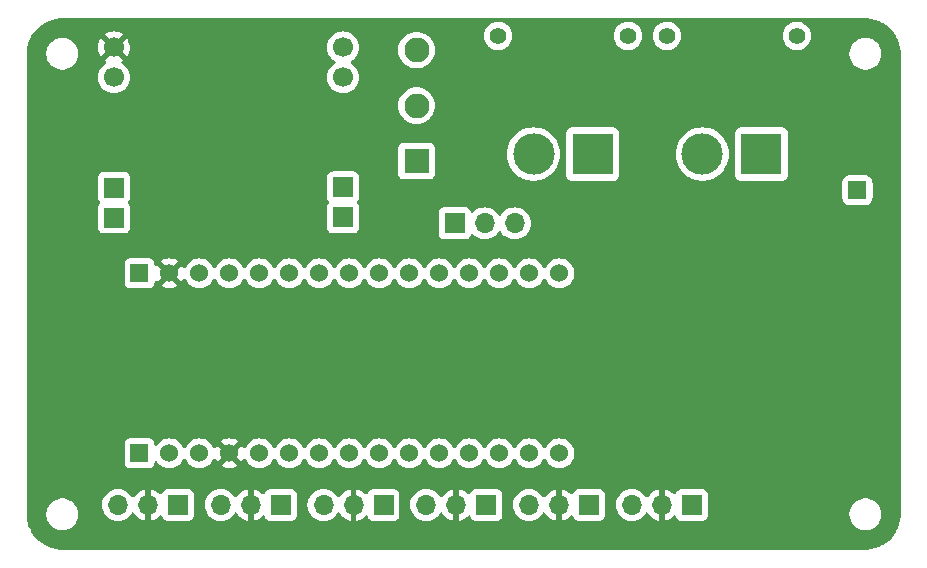
<source format=gbr>
%TF.GenerationSoftware,KiCad,Pcbnew,8.0.1*%
%TF.CreationDate,2024-07-04T11:46:03-05:00*%
%TF.ProjectId,power distribution,706f7765-7220-4646-9973-747269627574,rev?*%
%TF.SameCoordinates,Original*%
%TF.FileFunction,Copper,L2,Bot*%
%TF.FilePolarity,Positive*%
%FSLAX46Y46*%
G04 Gerber Fmt 4.6, Leading zero omitted, Abs format (unit mm)*
G04 Created by KiCad (PCBNEW 8.0.1) date 2024-07-04 11:46:03*
%MOMM*%
%LPD*%
G01*
G04 APERTURE LIST*
G04 Aperture macros list*
%AMRoundRect*
0 Rectangle with rounded corners*
0 $1 Rounding radius*
0 $2 $3 $4 $5 $6 $7 $8 $9 X,Y pos of 4 corners*
0 Add a 4 corners polygon primitive as box body*
4,1,4,$2,$3,$4,$5,$6,$7,$8,$9,$2,$3,0*
0 Add four circle primitives for the rounded corners*
1,1,$1+$1,$2,$3*
1,1,$1+$1,$4,$5*
1,1,$1+$1,$6,$7*
1,1,$1+$1,$8,$9*
0 Add four rect primitives between the rounded corners*
20,1,$1+$1,$2,$3,$4,$5,0*
20,1,$1+$1,$4,$5,$6,$7,0*
20,1,$1+$1,$6,$7,$8,$9,0*
20,1,$1+$1,$8,$9,$2,$3,0*%
G04 Aperture macros list end*
%TA.AperFunction,ComponentPad*%
%ADD10R,1.700000X1.700000*%
%TD*%
%TA.AperFunction,ComponentPad*%
%ADD11O,1.700000X1.700000*%
%TD*%
%TA.AperFunction,ComponentPad*%
%ADD12C,1.400000*%
%TD*%
%TA.AperFunction,ComponentPad*%
%ADD13R,3.500000X3.500000*%
%TD*%
%TA.AperFunction,ComponentPad*%
%ADD14C,3.500000*%
%TD*%
%TA.AperFunction,ComponentPad*%
%ADD15RoundRect,0.250000X-0.550000X-0.550000X0.550000X-0.550000X0.550000X0.550000X-0.550000X0.550000X0*%
%TD*%
%TA.AperFunction,ComponentPad*%
%ADD16R,1.530000X1.530000*%
%TD*%
%TA.AperFunction,ComponentPad*%
%ADD17C,1.530000*%
%TD*%
%TA.AperFunction,ComponentPad*%
%ADD18R,2.108200X2.108200*%
%TD*%
%TA.AperFunction,ComponentPad*%
%ADD19C,2.108200*%
%TD*%
%TA.AperFunction,ComponentPad*%
%ADD20C,1.700000*%
%TD*%
%TA.AperFunction,ViaPad*%
%ADD21C,0.800000*%
%TD*%
G04 APERTURE END LIST*
D10*
%TO.P,J8,1,Pin_1*%
%TO.N,/LEFT_LINE*%
X160300000Y-106200000D03*
D11*
%TO.P,J8,2,Pin_2*%
%TO.N,GNDS*%
X157760000Y-106200000D03*
%TO.P,J8,3,Pin_3*%
%TO.N,+5V*%
X155220000Y-106200000D03*
%TD*%
D10*
%TO.P,J4,1,Pin_1*%
%TO.N,/RIGHT_LINE*%
X151600000Y-106200000D03*
D11*
%TO.P,J4,2,Pin_2*%
%TO.N,GNDS*%
X149060000Y-106200000D03*
%TO.P,J4,3,Pin_3*%
%TO.N,+5V*%
X146520000Y-106200000D03*
%TD*%
D10*
%TO.P,J6,1,Pin_1*%
%TO.N,/THROTTLE*%
X140230000Y-82360000D03*
D11*
%TO.P,J6,2,Pin_2*%
%TO.N,/STEERING*%
X142770000Y-82360000D03*
%TO.P,J6,3,Pin_3*%
%TO.N,unconnected-(J6-Pin_3-Pad3)*%
X145310000Y-82360000D03*
%TD*%
D12*
%TO.P,J10,*%
%TO.N,*%
X143900000Y-66500000D03*
X154900000Y-66500000D03*
D13*
%TO.P,J10,1,Pin_1*%
%TO.N,-BATT*%
X151900000Y-76500000D03*
D14*
%TO.P,J10,2,Pin_2*%
%TO.N,Net-(J10-Pin_2)*%
X146900000Y-76500000D03*
%TD*%
D12*
%TO.P,J9,*%
%TO.N,*%
X158200000Y-66500000D03*
X169200000Y-66500000D03*
D13*
%TO.P,J9,1,Pin_1*%
%TO.N,-BATT*%
X166200000Y-76500000D03*
D14*
%TO.P,J9,2,Pin_2*%
%TO.N,Net-(J10-Pin_2)*%
X161200000Y-76500000D03*
%TD*%
D15*
%TO.P,J5,1,Pin_1*%
%TO.N,Net-(J5-Pin_1)*%
X174310000Y-79550000D03*
%TD*%
D16*
%TO.P,A1,3.1,PA9*%
%TO.N,unconnected-(A1A-PA9-Pad3.1)*%
X113540000Y-101840000D03*
D17*
%TO.P,A1,3.2,PA10*%
%TO.N,unconnected-(A1A-PA10-Pad3.2)*%
X116080000Y-101840000D03*
%TO.P,A1,3.3,NRST*%
%TO.N,unconnected-(A1A-NRST-Pad3.3)*%
X118620000Y-101840000D03*
%TO.P,A1,3.4,GND*%
%TO.N,GNDS*%
X121160000Y-101840000D03*
%TO.P,A1,3.5,PA12*%
%TO.N,/R_SENSOR*%
X123700000Y-101840000D03*
%TO.P,A1,3.6,PB0*%
%TO.N,/RM_SENSOR*%
X126240000Y-101840000D03*
%TO.P,A1,3.7,PB7*%
%TO.N,/LM_SENSOR*%
X128780000Y-101840000D03*
%TO.P,A1,3.8,PB6*%
%TO.N,/L_SENSOR*%
X131320000Y-101840000D03*
%TO.P,A1,3.9,PB1*%
%TO.N,unconnected-(A1A-PB1-Pad3.9)*%
X133860000Y-101840000D03*
%TO.P,A1,3.10,PF0*%
%TO.N,/THROTTLE*%
X136400000Y-101840000D03*
%TO.P,A1,3.11,PF1*%
%TO.N,/STEERING*%
X138940000Y-101840000D03*
%TO.P,A1,3.12,PA8*%
%TO.N,unconnected-(A1A-PA8-Pad3.12)*%
X141480000Y-101840000D03*
%TO.P,A1,3.13,PA11*%
%TO.N,/SPI_CS *%
X144020000Y-101840000D03*
%TO.P,A1,3.14,PB5*%
%TO.N,/SP1_MOSI*%
X146560000Y-101840000D03*
%TO.P,A1,3.15,PB4*%
%TO.N,/SP1_MISO*%
X149100000Y-101840000D03*
D16*
%TO.P,A1,4.1,VIN*%
%TO.N,+7V*%
X113540000Y-86600000D03*
D17*
%TO.P,A1,4.2,GND*%
%TO.N,GNDS*%
X116080000Y-86600000D03*
%TO.P,A1,4.3,NRST*%
%TO.N,unconnected-(A1A-NRST-Pad4.3)*%
X118620000Y-86600000D03*
%TO.P,A1,4.4,5V*%
%TO.N,+5V*%
X121160000Y-86600000D03*
%TO.P,A1,4.5,PA2*%
%TO.N,unconnected-(A1A-PA2-Pad4.5)*%
X123700000Y-86600000D03*
%TO.P,A1,4.6,PA7*%
%TO.N,unconnected-(A1A-PA7-Pad4.6)*%
X126240000Y-86600000D03*
%TO.P,A1,4.7,PA6*%
%TO.N,unconnected-(A1A-PA6-Pad4.7)*%
X128780000Y-86600000D03*
%TO.P,A1,4.8,PA5*%
%TO.N,unconnected-(A1A-PA5-Pad4.8)*%
X131320000Y-86600000D03*
%TO.P,A1,4.9,PA4*%
%TO.N,unconnected-(A1A-PA4-Pad4.9)*%
X133860000Y-86600000D03*
%TO.P,A1,4.10,PA3*%
%TO.N,/RIGHT_LINE*%
X136400000Y-86600000D03*
%TO.P,A1,4.11,PA1*%
%TO.N,/LEFT_LINE*%
X138940000Y-86600000D03*
%TO.P,A1,4.12,PA0*%
%TO.N,unconnected-(A1A-PA0-Pad4.12)*%
X141480000Y-86600000D03*
%TO.P,A1,4.13,VDDA*%
%TO.N,unconnected-(A1A-VDDA-Pad4.13)*%
X144020000Y-86600000D03*
%TO.P,A1,4.14,VDD*%
%TO.N,+3.3V*%
X146560000Y-86600000D03*
%TO.P,A1,4.15,PB3*%
%TO.N,/SPI1_SCK*%
X149100000Y-86600000D03*
%TD*%
D10*
%TO.P,J7,1,Pin_1*%
%TO.N,/R_SENSOR*%
X116800000Y-106200000D03*
D11*
%TO.P,J7,2,Pin_2*%
%TO.N,GNDS*%
X114260000Y-106200000D03*
%TO.P,J7,3,Pin_3*%
%TO.N,+5V*%
X111720000Y-106200000D03*
%TD*%
D10*
%TO.P,J3,1,Pin_1*%
%TO.N,/LM_SENSOR*%
X134200000Y-106200000D03*
D11*
%TO.P,J3,2,Pin_2*%
%TO.N,GNDS*%
X131660000Y-106200000D03*
%TO.P,J3,3,Pin_3*%
%TO.N,+5V*%
X129120000Y-106200000D03*
%TD*%
D18*
%TO.P,SW2,1,A*%
%TO.N,Net-(J10-Pin_2)*%
X137000000Y-77090001D03*
D19*
%TO.P,SW2,2,B*%
%TO.N,+BATT*%
X137000000Y-72390000D03*
%TO.P,SW2,3*%
%TO.N,N/C*%
X137000000Y-67690000D03*
%TD*%
D20*
%TO.P,U1,1,OUT-*%
%TO.N,unconnected-(U1-OUT--Pad1)*%
X111380000Y-70000000D03*
%TO.P,U1,2,OUT-*%
%TO.N,GNDS*%
X111380000Y-67460000D03*
D10*
%TO.P,U1,3,OUT+*%
%TO.N,unconnected-(U1-OUT+-Pad3)*%
X111380000Y-81870000D03*
%TO.P,U1,4,OUT+*%
%TO.N,+7V*%
X111380000Y-79330000D03*
D20*
%TO.P,U1,5,IN-*%
%TO.N,unconnected-(U1-IN--Pad5)*%
X130780000Y-70000000D03*
%TO.P,U1,6,IN-*%
%TO.N,-BATT*%
X130780000Y-67460000D03*
D10*
%TO.P,U1,7,IN+*%
%TO.N,unconnected-(U1-IN+-Pad7)*%
X130780000Y-81860000D03*
%TO.P,U1,8,IN+*%
%TO.N,+BATT*%
X130780000Y-79320000D03*
%TD*%
%TO.P,J1,1,Pin_1*%
%TO.N,/RM_SENSOR*%
X125500000Y-106200000D03*
D11*
%TO.P,J1,2,Pin_2*%
%TO.N,GNDS*%
X122960000Y-106200000D03*
%TO.P,J1,3,Pin_3*%
%TO.N,+5V*%
X120420000Y-106200000D03*
%TD*%
D10*
%TO.P,J2,1,Pin_1*%
%TO.N,/L_SENSOR*%
X142900000Y-106200000D03*
D11*
%TO.P,J2,2,Pin_2*%
%TO.N,GNDS*%
X140360000Y-106200000D03*
%TO.P,J2,3,Pin_3*%
%TO.N,+5V*%
X137820000Y-106200000D03*
%TD*%
D21*
%TO.N,GNDS*%
X157760000Y-107949998D03*
X114260000Y-107985000D03*
X140360000Y-107840000D03*
X161000000Y-104000004D03*
X172800000Y-81800000D03*
X174300000Y-103800000D03*
X122960000Y-107915000D03*
X131660000Y-107920000D03*
X113000007Y-66999993D03*
X149100000Y-107820000D03*
%TD*%
%TA.AperFunction,Conductor*%
%TO.N,GNDS*%
G36*
X175000855Y-65000011D02*
G01*
X175162269Y-65002274D01*
X175174390Y-65003041D01*
X175478553Y-65037312D01*
X175495992Y-65039277D01*
X175509700Y-65041606D01*
X175824366Y-65113426D01*
X175837725Y-65117273D01*
X176142392Y-65223881D01*
X176155228Y-65229199D01*
X176446025Y-65369239D01*
X176458193Y-65375964D01*
X176715871Y-65537874D01*
X176731486Y-65547685D01*
X176742827Y-65555732D01*
X176995173Y-65756971D01*
X177005541Y-65766237D01*
X177233762Y-65994458D01*
X177243028Y-66004826D01*
X177444267Y-66257172D01*
X177452314Y-66268513D01*
X177624034Y-66541804D01*
X177630760Y-66553974D01*
X177770798Y-66844766D01*
X177776120Y-66857613D01*
X177882724Y-67162270D01*
X177886573Y-67175633D01*
X177958393Y-67490299D01*
X177960722Y-67504007D01*
X177996957Y-67825597D01*
X177997725Y-67837743D01*
X177999988Y-67999144D01*
X178000000Y-68000882D01*
X178000000Y-106999117D01*
X177999988Y-107000855D01*
X177997725Y-107162256D01*
X177996957Y-107174402D01*
X177960722Y-107495992D01*
X177958393Y-107509700D01*
X177886573Y-107824366D01*
X177882724Y-107837729D01*
X177776120Y-108142386D01*
X177770798Y-108155233D01*
X177630760Y-108446025D01*
X177624034Y-108458195D01*
X177452314Y-108731486D01*
X177444267Y-108742827D01*
X177243028Y-108995173D01*
X177233762Y-109005541D01*
X177005541Y-109233762D01*
X176995173Y-109243028D01*
X176742827Y-109444267D01*
X176731486Y-109452314D01*
X176458195Y-109624034D01*
X176446025Y-109630760D01*
X176155233Y-109770798D01*
X176142386Y-109776120D01*
X175837729Y-109882724D01*
X175824366Y-109886573D01*
X175509700Y-109958393D01*
X175495992Y-109960722D01*
X175174402Y-109996957D01*
X175162256Y-109997725D01*
X175000856Y-109999988D01*
X174999118Y-110000000D01*
X107000882Y-110000000D01*
X106999144Y-109999988D01*
X106837743Y-109997725D01*
X106825597Y-109996957D01*
X106504007Y-109960722D01*
X106490299Y-109958393D01*
X106175633Y-109886573D01*
X106162270Y-109882724D01*
X105857613Y-109776120D01*
X105844766Y-109770798D01*
X105553974Y-109630760D01*
X105541804Y-109624034D01*
X105268513Y-109452314D01*
X105257172Y-109444267D01*
X105004826Y-109243028D01*
X104994458Y-109233762D01*
X104766237Y-109005541D01*
X104756971Y-108995173D01*
X104555732Y-108742827D01*
X104547685Y-108731486D01*
X104375965Y-108458195D01*
X104369239Y-108446025D01*
X104323237Y-108350500D01*
X104229199Y-108155228D01*
X104223879Y-108142386D01*
X104131991Y-107879786D01*
X104117273Y-107837725D01*
X104113426Y-107824366D01*
X104041606Y-107509700D01*
X104039277Y-107495992D01*
X104029311Y-107407544D01*
X104003041Y-107174390D01*
X104002274Y-107162269D01*
X104001489Y-107106287D01*
X105649500Y-107106287D01*
X105657609Y-107157482D01*
X105678966Y-107292331D01*
X105682754Y-107316243D01*
X105745612Y-107509700D01*
X105748444Y-107518414D01*
X105844951Y-107707820D01*
X105969890Y-107879786D01*
X106120213Y-108030109D01*
X106292179Y-108155048D01*
X106292181Y-108155049D01*
X106292184Y-108155051D01*
X106481588Y-108251557D01*
X106683757Y-108317246D01*
X106893713Y-108350500D01*
X106893714Y-108350500D01*
X107106286Y-108350500D01*
X107106287Y-108350500D01*
X107316243Y-108317246D01*
X107518412Y-108251557D01*
X107707816Y-108155051D01*
X107729789Y-108139086D01*
X107879786Y-108030109D01*
X107879788Y-108030106D01*
X107879792Y-108030104D01*
X108030104Y-107879792D01*
X108030106Y-107879788D01*
X108030109Y-107879786D01*
X108155048Y-107707820D01*
X108155047Y-107707820D01*
X108155051Y-107707816D01*
X108251557Y-107518412D01*
X108317246Y-107316243D01*
X108350500Y-107106287D01*
X108350500Y-106893713D01*
X108317246Y-106683757D01*
X108251557Y-106481588D01*
X108155051Y-106292184D01*
X108155049Y-106292181D01*
X108155048Y-106292179D01*
X108088077Y-106200000D01*
X110364341Y-106200000D01*
X110384936Y-106435403D01*
X110384938Y-106435413D01*
X110446094Y-106663655D01*
X110446096Y-106663659D01*
X110446097Y-106663663D01*
X110529155Y-106841781D01*
X110545965Y-106877830D01*
X110545967Y-106877834D01*
X110557086Y-106893713D01*
X110681505Y-107071401D01*
X110848599Y-107238495D01*
X110945384Y-107306265D01*
X111042165Y-107374032D01*
X111042167Y-107374033D01*
X111042170Y-107374035D01*
X111256337Y-107473903D01*
X111484592Y-107535063D01*
X111661034Y-107550500D01*
X111719999Y-107555659D01*
X111720000Y-107555659D01*
X111720001Y-107555659D01*
X111778966Y-107550500D01*
X111955408Y-107535063D01*
X112183663Y-107473903D01*
X112397830Y-107374035D01*
X112591401Y-107238495D01*
X112758495Y-107071401D01*
X112888730Y-106885405D01*
X112943307Y-106841781D01*
X113012805Y-106834587D01*
X113075160Y-106866110D01*
X113091879Y-106885405D01*
X113221890Y-107071078D01*
X113388917Y-107238105D01*
X113582421Y-107373600D01*
X113796507Y-107473429D01*
X113796516Y-107473433D01*
X114010000Y-107530634D01*
X114010000Y-106633012D01*
X114067007Y-106665925D01*
X114194174Y-106700000D01*
X114325826Y-106700000D01*
X114452993Y-106665925D01*
X114510000Y-106633012D01*
X114510000Y-107530633D01*
X114723483Y-107473433D01*
X114723492Y-107473429D01*
X114937578Y-107373600D01*
X115131078Y-107238108D01*
X115253133Y-107116053D01*
X115314456Y-107082568D01*
X115384148Y-107087552D01*
X115440082Y-107129423D01*
X115456997Y-107160401D01*
X115506202Y-107292328D01*
X115506206Y-107292335D01*
X115592452Y-107407544D01*
X115592455Y-107407547D01*
X115707664Y-107493793D01*
X115707671Y-107493797D01*
X115842517Y-107544091D01*
X115842516Y-107544091D01*
X115849444Y-107544835D01*
X115902127Y-107550500D01*
X117697872Y-107550499D01*
X117757483Y-107544091D01*
X117892331Y-107493796D01*
X118007546Y-107407546D01*
X118093796Y-107292331D01*
X118144091Y-107157483D01*
X118150500Y-107097873D01*
X118150499Y-106200000D01*
X119064341Y-106200000D01*
X119084936Y-106435403D01*
X119084938Y-106435413D01*
X119146094Y-106663655D01*
X119146096Y-106663659D01*
X119146097Y-106663663D01*
X119229155Y-106841781D01*
X119245965Y-106877830D01*
X119245967Y-106877834D01*
X119257086Y-106893713D01*
X119381505Y-107071401D01*
X119548599Y-107238495D01*
X119645384Y-107306265D01*
X119742165Y-107374032D01*
X119742167Y-107374033D01*
X119742170Y-107374035D01*
X119956337Y-107473903D01*
X120184592Y-107535063D01*
X120361034Y-107550500D01*
X120419999Y-107555659D01*
X120420000Y-107555659D01*
X120420001Y-107555659D01*
X120478966Y-107550500D01*
X120655408Y-107535063D01*
X120883663Y-107473903D01*
X121097830Y-107374035D01*
X121291401Y-107238495D01*
X121458495Y-107071401D01*
X121588730Y-106885405D01*
X121643307Y-106841781D01*
X121712805Y-106834587D01*
X121775160Y-106866110D01*
X121791879Y-106885405D01*
X121921890Y-107071078D01*
X122088917Y-107238105D01*
X122282421Y-107373600D01*
X122496507Y-107473429D01*
X122496516Y-107473433D01*
X122710000Y-107530634D01*
X122710000Y-106633012D01*
X122767007Y-106665925D01*
X122894174Y-106700000D01*
X123025826Y-106700000D01*
X123152993Y-106665925D01*
X123210000Y-106633012D01*
X123210000Y-107530633D01*
X123423483Y-107473433D01*
X123423492Y-107473429D01*
X123637578Y-107373600D01*
X123831078Y-107238108D01*
X123953133Y-107116053D01*
X124014456Y-107082568D01*
X124084148Y-107087552D01*
X124140082Y-107129423D01*
X124156997Y-107160401D01*
X124206202Y-107292328D01*
X124206206Y-107292335D01*
X124292452Y-107407544D01*
X124292455Y-107407547D01*
X124407664Y-107493793D01*
X124407671Y-107493797D01*
X124542517Y-107544091D01*
X124542516Y-107544091D01*
X124549444Y-107544835D01*
X124602127Y-107550500D01*
X126397872Y-107550499D01*
X126457483Y-107544091D01*
X126592331Y-107493796D01*
X126707546Y-107407546D01*
X126793796Y-107292331D01*
X126844091Y-107157483D01*
X126850500Y-107097873D01*
X126850499Y-106200000D01*
X127764341Y-106200000D01*
X127784936Y-106435403D01*
X127784938Y-106435413D01*
X127846094Y-106663655D01*
X127846096Y-106663659D01*
X127846097Y-106663663D01*
X127929155Y-106841781D01*
X127945965Y-106877830D01*
X127945967Y-106877834D01*
X127957086Y-106893713D01*
X128081505Y-107071401D01*
X128248599Y-107238495D01*
X128345384Y-107306265D01*
X128442165Y-107374032D01*
X128442167Y-107374033D01*
X128442170Y-107374035D01*
X128656337Y-107473903D01*
X128884592Y-107535063D01*
X129061034Y-107550500D01*
X129119999Y-107555659D01*
X129120000Y-107555659D01*
X129120001Y-107555659D01*
X129178966Y-107550500D01*
X129355408Y-107535063D01*
X129583663Y-107473903D01*
X129797830Y-107374035D01*
X129991401Y-107238495D01*
X130158495Y-107071401D01*
X130288730Y-106885405D01*
X130343307Y-106841781D01*
X130412805Y-106834587D01*
X130475160Y-106866110D01*
X130491879Y-106885405D01*
X130621890Y-107071078D01*
X130788917Y-107238105D01*
X130982421Y-107373600D01*
X131196507Y-107473429D01*
X131196516Y-107473433D01*
X131410000Y-107530634D01*
X131410000Y-106633012D01*
X131467007Y-106665925D01*
X131594174Y-106700000D01*
X131725826Y-106700000D01*
X131852993Y-106665925D01*
X131910000Y-106633012D01*
X131910000Y-107530633D01*
X132123483Y-107473433D01*
X132123492Y-107473429D01*
X132337578Y-107373600D01*
X132531078Y-107238108D01*
X132653133Y-107116053D01*
X132714456Y-107082568D01*
X132784148Y-107087552D01*
X132840082Y-107129423D01*
X132856997Y-107160401D01*
X132906202Y-107292328D01*
X132906206Y-107292335D01*
X132992452Y-107407544D01*
X132992455Y-107407547D01*
X133107664Y-107493793D01*
X133107671Y-107493797D01*
X133242517Y-107544091D01*
X133242516Y-107544091D01*
X133249444Y-107544835D01*
X133302127Y-107550500D01*
X135097872Y-107550499D01*
X135157483Y-107544091D01*
X135292331Y-107493796D01*
X135407546Y-107407546D01*
X135493796Y-107292331D01*
X135544091Y-107157483D01*
X135550500Y-107097873D01*
X135550499Y-106200000D01*
X136464341Y-106200000D01*
X136484936Y-106435403D01*
X136484938Y-106435413D01*
X136546094Y-106663655D01*
X136546096Y-106663659D01*
X136546097Y-106663663D01*
X136629155Y-106841781D01*
X136645965Y-106877830D01*
X136645967Y-106877834D01*
X136657086Y-106893713D01*
X136781505Y-107071401D01*
X136948599Y-107238495D01*
X137045384Y-107306265D01*
X137142165Y-107374032D01*
X137142167Y-107374033D01*
X137142170Y-107374035D01*
X137356337Y-107473903D01*
X137584592Y-107535063D01*
X137761034Y-107550500D01*
X137819999Y-107555659D01*
X137820000Y-107555659D01*
X137820001Y-107555659D01*
X137878966Y-107550500D01*
X138055408Y-107535063D01*
X138283663Y-107473903D01*
X138497830Y-107374035D01*
X138691401Y-107238495D01*
X138858495Y-107071401D01*
X138988730Y-106885405D01*
X139043307Y-106841781D01*
X139112805Y-106834587D01*
X139175160Y-106866110D01*
X139191879Y-106885405D01*
X139321890Y-107071078D01*
X139488917Y-107238105D01*
X139682421Y-107373600D01*
X139896507Y-107473429D01*
X139896516Y-107473433D01*
X140110000Y-107530634D01*
X140110000Y-106633012D01*
X140167007Y-106665925D01*
X140294174Y-106700000D01*
X140425826Y-106700000D01*
X140552993Y-106665925D01*
X140610000Y-106633012D01*
X140610000Y-107530633D01*
X140823483Y-107473433D01*
X140823492Y-107473429D01*
X141037578Y-107373600D01*
X141231078Y-107238108D01*
X141353133Y-107116053D01*
X141414456Y-107082568D01*
X141484148Y-107087552D01*
X141540082Y-107129423D01*
X141556997Y-107160401D01*
X141606202Y-107292328D01*
X141606206Y-107292335D01*
X141692452Y-107407544D01*
X141692455Y-107407547D01*
X141807664Y-107493793D01*
X141807671Y-107493797D01*
X141942517Y-107544091D01*
X141942516Y-107544091D01*
X141949444Y-107544835D01*
X142002127Y-107550500D01*
X143797872Y-107550499D01*
X143857483Y-107544091D01*
X143992331Y-107493796D01*
X144107546Y-107407546D01*
X144193796Y-107292331D01*
X144244091Y-107157483D01*
X144250500Y-107097873D01*
X144250499Y-106200000D01*
X145164341Y-106200000D01*
X145184936Y-106435403D01*
X145184938Y-106435413D01*
X145246094Y-106663655D01*
X145246096Y-106663659D01*
X145246097Y-106663663D01*
X145329155Y-106841781D01*
X145345965Y-106877830D01*
X145345967Y-106877834D01*
X145357086Y-106893713D01*
X145481505Y-107071401D01*
X145648599Y-107238495D01*
X145745384Y-107306265D01*
X145842165Y-107374032D01*
X145842167Y-107374033D01*
X145842170Y-107374035D01*
X146056337Y-107473903D01*
X146284592Y-107535063D01*
X146461034Y-107550500D01*
X146519999Y-107555659D01*
X146520000Y-107555659D01*
X146520001Y-107555659D01*
X146578966Y-107550500D01*
X146755408Y-107535063D01*
X146983663Y-107473903D01*
X147197830Y-107374035D01*
X147391401Y-107238495D01*
X147558495Y-107071401D01*
X147688730Y-106885405D01*
X147743307Y-106841781D01*
X147812805Y-106834587D01*
X147875160Y-106866110D01*
X147891879Y-106885405D01*
X148021890Y-107071078D01*
X148188917Y-107238105D01*
X148382421Y-107373600D01*
X148596507Y-107473429D01*
X148596516Y-107473433D01*
X148810000Y-107530634D01*
X148810000Y-106633012D01*
X148867007Y-106665925D01*
X148994174Y-106700000D01*
X149125826Y-106700000D01*
X149252993Y-106665925D01*
X149310000Y-106633012D01*
X149310000Y-107530633D01*
X149523483Y-107473433D01*
X149523492Y-107473429D01*
X149737578Y-107373600D01*
X149931078Y-107238108D01*
X150053133Y-107116053D01*
X150114456Y-107082568D01*
X150184148Y-107087552D01*
X150240082Y-107129423D01*
X150256997Y-107160401D01*
X150306202Y-107292328D01*
X150306206Y-107292335D01*
X150392452Y-107407544D01*
X150392455Y-107407547D01*
X150507664Y-107493793D01*
X150507671Y-107493797D01*
X150642517Y-107544091D01*
X150642516Y-107544091D01*
X150649444Y-107544835D01*
X150702127Y-107550500D01*
X152497872Y-107550499D01*
X152557483Y-107544091D01*
X152692331Y-107493796D01*
X152807546Y-107407546D01*
X152893796Y-107292331D01*
X152944091Y-107157483D01*
X152950500Y-107097873D01*
X152950499Y-106200000D01*
X153864341Y-106200000D01*
X153884936Y-106435403D01*
X153884938Y-106435413D01*
X153946094Y-106663655D01*
X153946096Y-106663659D01*
X153946097Y-106663663D01*
X154029155Y-106841781D01*
X154045965Y-106877830D01*
X154045967Y-106877834D01*
X154057086Y-106893713D01*
X154181505Y-107071401D01*
X154348599Y-107238495D01*
X154445384Y-107306265D01*
X154542165Y-107374032D01*
X154542167Y-107374033D01*
X154542170Y-107374035D01*
X154756337Y-107473903D01*
X154984592Y-107535063D01*
X155161034Y-107550500D01*
X155219999Y-107555659D01*
X155220000Y-107555659D01*
X155220001Y-107555659D01*
X155278966Y-107550500D01*
X155455408Y-107535063D01*
X155683663Y-107473903D01*
X155897830Y-107374035D01*
X156091401Y-107238495D01*
X156258495Y-107071401D01*
X156388730Y-106885405D01*
X156443307Y-106841781D01*
X156512805Y-106834587D01*
X156575160Y-106866110D01*
X156591879Y-106885405D01*
X156721890Y-107071078D01*
X156888917Y-107238105D01*
X157082421Y-107373600D01*
X157296507Y-107473429D01*
X157296516Y-107473433D01*
X157510000Y-107530634D01*
X157510000Y-106633012D01*
X157567007Y-106665925D01*
X157694174Y-106700000D01*
X157825826Y-106700000D01*
X157952993Y-106665925D01*
X158010000Y-106633012D01*
X158010000Y-107530633D01*
X158223483Y-107473433D01*
X158223492Y-107473429D01*
X158437578Y-107373600D01*
X158631078Y-107238108D01*
X158753133Y-107116053D01*
X158814456Y-107082568D01*
X158884148Y-107087552D01*
X158940082Y-107129423D01*
X158956997Y-107160401D01*
X159006202Y-107292328D01*
X159006206Y-107292335D01*
X159092452Y-107407544D01*
X159092455Y-107407547D01*
X159207664Y-107493793D01*
X159207671Y-107493797D01*
X159342517Y-107544091D01*
X159342516Y-107544091D01*
X159349444Y-107544835D01*
X159402127Y-107550500D01*
X161197872Y-107550499D01*
X161257483Y-107544091D01*
X161392331Y-107493796D01*
X161507546Y-107407546D01*
X161593796Y-107292331D01*
X161644091Y-107157483D01*
X161649595Y-107106287D01*
X173649500Y-107106287D01*
X173657609Y-107157482D01*
X173678966Y-107292331D01*
X173682754Y-107316243D01*
X173745612Y-107509700D01*
X173748444Y-107518414D01*
X173844951Y-107707820D01*
X173969890Y-107879786D01*
X174120213Y-108030109D01*
X174292179Y-108155048D01*
X174292181Y-108155049D01*
X174292184Y-108155051D01*
X174481588Y-108251557D01*
X174683757Y-108317246D01*
X174893713Y-108350500D01*
X174893714Y-108350500D01*
X175106286Y-108350500D01*
X175106287Y-108350500D01*
X175316243Y-108317246D01*
X175518412Y-108251557D01*
X175707816Y-108155051D01*
X175729789Y-108139086D01*
X175879786Y-108030109D01*
X175879788Y-108030106D01*
X175879792Y-108030104D01*
X176030104Y-107879792D01*
X176030106Y-107879788D01*
X176030109Y-107879786D01*
X176155048Y-107707820D01*
X176155047Y-107707820D01*
X176155051Y-107707816D01*
X176251557Y-107518412D01*
X176317246Y-107316243D01*
X176350500Y-107106287D01*
X176350500Y-106893713D01*
X176317246Y-106683757D01*
X176251557Y-106481588D01*
X176155051Y-106292184D01*
X176155049Y-106292181D01*
X176155048Y-106292179D01*
X176030109Y-106120213D01*
X175879786Y-105969890D01*
X175707820Y-105844951D01*
X175518414Y-105748444D01*
X175518413Y-105748443D01*
X175518412Y-105748443D01*
X175316243Y-105682754D01*
X175316241Y-105682753D01*
X175316240Y-105682753D01*
X175154957Y-105657208D01*
X175106287Y-105649500D01*
X174893713Y-105649500D01*
X174845042Y-105657208D01*
X174683760Y-105682753D01*
X174481585Y-105748444D01*
X174292179Y-105844951D01*
X174120213Y-105969890D01*
X173969890Y-106120213D01*
X173844951Y-106292179D01*
X173748444Y-106481585D01*
X173682753Y-106683760D01*
X173680181Y-106700000D01*
X173649500Y-106893713D01*
X173649500Y-107106287D01*
X161649595Y-107106287D01*
X161650500Y-107097873D01*
X161650499Y-105302128D01*
X161644091Y-105242517D01*
X161643002Y-105239598D01*
X161593797Y-105107671D01*
X161593793Y-105107664D01*
X161507547Y-104992455D01*
X161507544Y-104992452D01*
X161392335Y-104906206D01*
X161392328Y-104906202D01*
X161257482Y-104855908D01*
X161257483Y-104855908D01*
X161197883Y-104849501D01*
X161197881Y-104849500D01*
X161197873Y-104849500D01*
X161197864Y-104849500D01*
X159402129Y-104849500D01*
X159402123Y-104849501D01*
X159342516Y-104855908D01*
X159207671Y-104906202D01*
X159207664Y-104906206D01*
X159092455Y-104992452D01*
X159092452Y-104992455D01*
X159006206Y-105107664D01*
X159006202Y-105107671D01*
X158956997Y-105239598D01*
X158915126Y-105295532D01*
X158849661Y-105319949D01*
X158781388Y-105305097D01*
X158753134Y-105283946D01*
X158631082Y-105161894D01*
X158437578Y-105026399D01*
X158223492Y-104926570D01*
X158223486Y-104926567D01*
X158010000Y-104869364D01*
X158010000Y-105766988D01*
X157952993Y-105734075D01*
X157825826Y-105700000D01*
X157694174Y-105700000D01*
X157567007Y-105734075D01*
X157510000Y-105766988D01*
X157510000Y-104869364D01*
X157509999Y-104869364D01*
X157296513Y-104926567D01*
X157296507Y-104926570D01*
X157082422Y-105026399D01*
X157082420Y-105026400D01*
X156888926Y-105161886D01*
X156888920Y-105161891D01*
X156721891Y-105328920D01*
X156721890Y-105328922D01*
X156591880Y-105514595D01*
X156537303Y-105558219D01*
X156467804Y-105565412D01*
X156405450Y-105533890D01*
X156388730Y-105514594D01*
X156258494Y-105328597D01*
X156091402Y-105161506D01*
X156091395Y-105161501D01*
X155897834Y-105025967D01*
X155897830Y-105025965D01*
X155897828Y-105025964D01*
X155683663Y-104926097D01*
X155683659Y-104926096D01*
X155683655Y-104926094D01*
X155455413Y-104864938D01*
X155455403Y-104864936D01*
X155220001Y-104844341D01*
X155219999Y-104844341D01*
X154984596Y-104864936D01*
X154984586Y-104864938D01*
X154756344Y-104926094D01*
X154756335Y-104926098D01*
X154542171Y-105025964D01*
X154542169Y-105025965D01*
X154348597Y-105161505D01*
X154181505Y-105328597D01*
X154045965Y-105522169D01*
X154045964Y-105522171D01*
X153946098Y-105736335D01*
X153946094Y-105736344D01*
X153884938Y-105964586D01*
X153884936Y-105964596D01*
X153864341Y-106199999D01*
X153864341Y-106200000D01*
X152950499Y-106200000D01*
X152950499Y-105302128D01*
X152944091Y-105242517D01*
X152943002Y-105239598D01*
X152893797Y-105107671D01*
X152893793Y-105107664D01*
X152807547Y-104992455D01*
X152807544Y-104992452D01*
X152692335Y-104906206D01*
X152692328Y-104906202D01*
X152557482Y-104855908D01*
X152557483Y-104855908D01*
X152497883Y-104849501D01*
X152497881Y-104849500D01*
X152497873Y-104849500D01*
X152497864Y-104849500D01*
X150702129Y-104849500D01*
X150702123Y-104849501D01*
X150642516Y-104855908D01*
X150507671Y-104906202D01*
X150507664Y-104906206D01*
X150392455Y-104992452D01*
X150392452Y-104992455D01*
X150306206Y-105107664D01*
X150306202Y-105107671D01*
X150256997Y-105239598D01*
X150215126Y-105295532D01*
X150149661Y-105319949D01*
X150081388Y-105305097D01*
X150053134Y-105283946D01*
X149931082Y-105161894D01*
X149737578Y-105026399D01*
X149523492Y-104926570D01*
X149523486Y-104926567D01*
X149310000Y-104869364D01*
X149310000Y-105766988D01*
X149252993Y-105734075D01*
X149125826Y-105700000D01*
X148994174Y-105700000D01*
X148867007Y-105734075D01*
X148810000Y-105766988D01*
X148810000Y-104869364D01*
X148809999Y-104869364D01*
X148596513Y-104926567D01*
X148596507Y-104926570D01*
X148382422Y-105026399D01*
X148382420Y-105026400D01*
X148188926Y-105161886D01*
X148188920Y-105161891D01*
X148021891Y-105328920D01*
X148021890Y-105328922D01*
X147891880Y-105514595D01*
X147837303Y-105558219D01*
X147767804Y-105565412D01*
X147705450Y-105533890D01*
X147688730Y-105514594D01*
X147558494Y-105328597D01*
X147391402Y-105161506D01*
X147391395Y-105161501D01*
X147197834Y-105025967D01*
X147197830Y-105025965D01*
X147197828Y-105025964D01*
X146983663Y-104926097D01*
X146983659Y-104926096D01*
X146983655Y-104926094D01*
X146755413Y-104864938D01*
X146755403Y-104864936D01*
X146520001Y-104844341D01*
X146519999Y-104844341D01*
X146284596Y-104864936D01*
X146284586Y-104864938D01*
X146056344Y-104926094D01*
X146056335Y-104926098D01*
X145842171Y-105025964D01*
X145842169Y-105025965D01*
X145648597Y-105161505D01*
X145481505Y-105328597D01*
X145345965Y-105522169D01*
X145345964Y-105522171D01*
X145246098Y-105736335D01*
X145246094Y-105736344D01*
X145184938Y-105964586D01*
X145184936Y-105964596D01*
X145164341Y-106199999D01*
X145164341Y-106200000D01*
X144250499Y-106200000D01*
X144250499Y-105302128D01*
X144244091Y-105242517D01*
X144243002Y-105239598D01*
X144193797Y-105107671D01*
X144193793Y-105107664D01*
X144107547Y-104992455D01*
X144107544Y-104992452D01*
X143992335Y-104906206D01*
X143992328Y-104906202D01*
X143857482Y-104855908D01*
X143857483Y-104855908D01*
X143797883Y-104849501D01*
X143797881Y-104849500D01*
X143797873Y-104849500D01*
X143797864Y-104849500D01*
X142002129Y-104849500D01*
X142002123Y-104849501D01*
X141942516Y-104855908D01*
X141807671Y-104906202D01*
X141807664Y-104906206D01*
X141692455Y-104992452D01*
X141692452Y-104992455D01*
X141606206Y-105107664D01*
X141606202Y-105107671D01*
X141556997Y-105239598D01*
X141515126Y-105295532D01*
X141449661Y-105319949D01*
X141381388Y-105305097D01*
X141353134Y-105283946D01*
X141231082Y-105161894D01*
X141037578Y-105026399D01*
X140823492Y-104926570D01*
X140823486Y-104926567D01*
X140610000Y-104869364D01*
X140610000Y-105766988D01*
X140552993Y-105734075D01*
X140425826Y-105700000D01*
X140294174Y-105700000D01*
X140167007Y-105734075D01*
X140110000Y-105766988D01*
X140110000Y-104869364D01*
X140109999Y-104869364D01*
X139896513Y-104926567D01*
X139896507Y-104926570D01*
X139682422Y-105026399D01*
X139682420Y-105026400D01*
X139488926Y-105161886D01*
X139488920Y-105161891D01*
X139321891Y-105328920D01*
X139321890Y-105328922D01*
X139191880Y-105514595D01*
X139137303Y-105558219D01*
X139067804Y-105565412D01*
X139005450Y-105533890D01*
X138988730Y-105514594D01*
X138858494Y-105328597D01*
X138691402Y-105161506D01*
X138691395Y-105161501D01*
X138497834Y-105025967D01*
X138497830Y-105025965D01*
X138497828Y-105025964D01*
X138283663Y-104926097D01*
X138283659Y-104926096D01*
X138283655Y-104926094D01*
X138055413Y-104864938D01*
X138055403Y-104864936D01*
X137820001Y-104844341D01*
X137819999Y-104844341D01*
X137584596Y-104864936D01*
X137584586Y-104864938D01*
X137356344Y-104926094D01*
X137356335Y-104926098D01*
X137142171Y-105025964D01*
X137142169Y-105025965D01*
X136948597Y-105161505D01*
X136781505Y-105328597D01*
X136645965Y-105522169D01*
X136645964Y-105522171D01*
X136546098Y-105736335D01*
X136546094Y-105736344D01*
X136484938Y-105964586D01*
X136484936Y-105964596D01*
X136464341Y-106199999D01*
X136464341Y-106200000D01*
X135550499Y-106200000D01*
X135550499Y-105302128D01*
X135544091Y-105242517D01*
X135543002Y-105239598D01*
X135493797Y-105107671D01*
X135493793Y-105107664D01*
X135407547Y-104992455D01*
X135407544Y-104992452D01*
X135292335Y-104906206D01*
X135292328Y-104906202D01*
X135157482Y-104855908D01*
X135157483Y-104855908D01*
X135097883Y-104849501D01*
X135097881Y-104849500D01*
X135097873Y-104849500D01*
X135097864Y-104849500D01*
X133302129Y-104849500D01*
X133302123Y-104849501D01*
X133242516Y-104855908D01*
X133107671Y-104906202D01*
X133107664Y-104906206D01*
X132992455Y-104992452D01*
X132992452Y-104992455D01*
X132906206Y-105107664D01*
X132906202Y-105107671D01*
X132856997Y-105239598D01*
X132815126Y-105295532D01*
X132749661Y-105319949D01*
X132681388Y-105305097D01*
X132653134Y-105283946D01*
X132531082Y-105161894D01*
X132337578Y-105026399D01*
X132123492Y-104926570D01*
X132123486Y-104926567D01*
X131910000Y-104869364D01*
X131910000Y-105766988D01*
X131852993Y-105734075D01*
X131725826Y-105700000D01*
X131594174Y-105700000D01*
X131467007Y-105734075D01*
X131410000Y-105766988D01*
X131410000Y-104869364D01*
X131409999Y-104869364D01*
X131196513Y-104926567D01*
X131196507Y-104926570D01*
X130982422Y-105026399D01*
X130982420Y-105026400D01*
X130788926Y-105161886D01*
X130788920Y-105161891D01*
X130621891Y-105328920D01*
X130621890Y-105328922D01*
X130491880Y-105514595D01*
X130437303Y-105558219D01*
X130367804Y-105565412D01*
X130305450Y-105533890D01*
X130288730Y-105514594D01*
X130158494Y-105328597D01*
X129991402Y-105161506D01*
X129991395Y-105161501D01*
X129797834Y-105025967D01*
X129797830Y-105025965D01*
X129797828Y-105025964D01*
X129583663Y-104926097D01*
X129583659Y-104926096D01*
X129583655Y-104926094D01*
X129355413Y-104864938D01*
X129355403Y-104864936D01*
X129120001Y-104844341D01*
X129119999Y-104844341D01*
X128884596Y-104864936D01*
X128884586Y-104864938D01*
X128656344Y-104926094D01*
X128656335Y-104926098D01*
X128442171Y-105025964D01*
X128442169Y-105025965D01*
X128248597Y-105161505D01*
X128081505Y-105328597D01*
X127945965Y-105522169D01*
X127945964Y-105522171D01*
X127846098Y-105736335D01*
X127846094Y-105736344D01*
X127784938Y-105964586D01*
X127784936Y-105964596D01*
X127764341Y-106199999D01*
X127764341Y-106200000D01*
X126850499Y-106200000D01*
X126850499Y-105302128D01*
X126844091Y-105242517D01*
X126843002Y-105239598D01*
X126793797Y-105107671D01*
X126793793Y-105107664D01*
X126707547Y-104992455D01*
X126707544Y-104992452D01*
X126592335Y-104906206D01*
X126592328Y-104906202D01*
X126457482Y-104855908D01*
X126457483Y-104855908D01*
X126397883Y-104849501D01*
X126397881Y-104849500D01*
X126397873Y-104849500D01*
X126397864Y-104849500D01*
X124602129Y-104849500D01*
X124602123Y-104849501D01*
X124542516Y-104855908D01*
X124407671Y-104906202D01*
X124407664Y-104906206D01*
X124292455Y-104992452D01*
X124292452Y-104992455D01*
X124206206Y-105107664D01*
X124206202Y-105107671D01*
X124156997Y-105239598D01*
X124115126Y-105295532D01*
X124049661Y-105319949D01*
X123981388Y-105305097D01*
X123953134Y-105283946D01*
X123831082Y-105161894D01*
X123637578Y-105026399D01*
X123423492Y-104926570D01*
X123423486Y-104926567D01*
X123210000Y-104869364D01*
X123210000Y-105766988D01*
X123152993Y-105734075D01*
X123025826Y-105700000D01*
X122894174Y-105700000D01*
X122767007Y-105734075D01*
X122710000Y-105766988D01*
X122710000Y-104869364D01*
X122709999Y-104869364D01*
X122496513Y-104926567D01*
X122496507Y-104926570D01*
X122282422Y-105026399D01*
X122282420Y-105026400D01*
X122088926Y-105161886D01*
X122088920Y-105161891D01*
X121921891Y-105328920D01*
X121921890Y-105328922D01*
X121791880Y-105514595D01*
X121737303Y-105558219D01*
X121667804Y-105565412D01*
X121605450Y-105533890D01*
X121588730Y-105514594D01*
X121458494Y-105328597D01*
X121291402Y-105161506D01*
X121291395Y-105161501D01*
X121097834Y-105025967D01*
X121097830Y-105025965D01*
X121097828Y-105025964D01*
X120883663Y-104926097D01*
X120883659Y-104926096D01*
X120883655Y-104926094D01*
X120655413Y-104864938D01*
X120655403Y-104864936D01*
X120420001Y-104844341D01*
X120419999Y-104844341D01*
X120184596Y-104864936D01*
X120184586Y-104864938D01*
X119956344Y-104926094D01*
X119956335Y-104926098D01*
X119742171Y-105025964D01*
X119742169Y-105025965D01*
X119548597Y-105161505D01*
X119381505Y-105328597D01*
X119245965Y-105522169D01*
X119245964Y-105522171D01*
X119146098Y-105736335D01*
X119146094Y-105736344D01*
X119084938Y-105964586D01*
X119084936Y-105964596D01*
X119064341Y-106199999D01*
X119064341Y-106200000D01*
X118150499Y-106200000D01*
X118150499Y-105302128D01*
X118144091Y-105242517D01*
X118143002Y-105239598D01*
X118093797Y-105107671D01*
X118093793Y-105107664D01*
X118007547Y-104992455D01*
X118007544Y-104992452D01*
X117892335Y-104906206D01*
X117892328Y-104906202D01*
X117757482Y-104855908D01*
X117757483Y-104855908D01*
X117697883Y-104849501D01*
X117697881Y-104849500D01*
X117697873Y-104849500D01*
X117697864Y-104849500D01*
X115902129Y-104849500D01*
X115902123Y-104849501D01*
X115842516Y-104855908D01*
X115707671Y-104906202D01*
X115707664Y-104906206D01*
X115592455Y-104992452D01*
X115592452Y-104992455D01*
X115506206Y-105107664D01*
X115506202Y-105107671D01*
X115456997Y-105239598D01*
X115415126Y-105295532D01*
X115349661Y-105319949D01*
X115281388Y-105305097D01*
X115253134Y-105283946D01*
X115131082Y-105161894D01*
X114937578Y-105026399D01*
X114723492Y-104926570D01*
X114723486Y-104926567D01*
X114510000Y-104869364D01*
X114510000Y-105766988D01*
X114452993Y-105734075D01*
X114325826Y-105700000D01*
X114194174Y-105700000D01*
X114067007Y-105734075D01*
X114010000Y-105766988D01*
X114010000Y-104869364D01*
X114009999Y-104869364D01*
X113796513Y-104926567D01*
X113796507Y-104926570D01*
X113582422Y-105026399D01*
X113582420Y-105026400D01*
X113388926Y-105161886D01*
X113388920Y-105161891D01*
X113221891Y-105328920D01*
X113221890Y-105328922D01*
X113091880Y-105514595D01*
X113037303Y-105558219D01*
X112967804Y-105565412D01*
X112905450Y-105533890D01*
X112888730Y-105514594D01*
X112758494Y-105328597D01*
X112591402Y-105161506D01*
X112591395Y-105161501D01*
X112397834Y-105025967D01*
X112397830Y-105025965D01*
X112397828Y-105025964D01*
X112183663Y-104926097D01*
X112183659Y-104926096D01*
X112183655Y-104926094D01*
X111955413Y-104864938D01*
X111955403Y-104864936D01*
X111720001Y-104844341D01*
X111719999Y-104844341D01*
X111484596Y-104864936D01*
X111484586Y-104864938D01*
X111256344Y-104926094D01*
X111256335Y-104926098D01*
X111042171Y-105025964D01*
X111042169Y-105025965D01*
X110848597Y-105161505D01*
X110681505Y-105328597D01*
X110545965Y-105522169D01*
X110545964Y-105522171D01*
X110446098Y-105736335D01*
X110446094Y-105736344D01*
X110384938Y-105964586D01*
X110384936Y-105964596D01*
X110364341Y-106199999D01*
X110364341Y-106200000D01*
X108088077Y-106200000D01*
X108030109Y-106120213D01*
X107879786Y-105969890D01*
X107707820Y-105844951D01*
X107518414Y-105748444D01*
X107518413Y-105748443D01*
X107518412Y-105748443D01*
X107316243Y-105682754D01*
X107316241Y-105682753D01*
X107316240Y-105682753D01*
X107154957Y-105657208D01*
X107106287Y-105649500D01*
X106893713Y-105649500D01*
X106845042Y-105657208D01*
X106683760Y-105682753D01*
X106481585Y-105748444D01*
X106292179Y-105844951D01*
X106120213Y-105969890D01*
X105969890Y-106120213D01*
X105844951Y-106292179D01*
X105748444Y-106481585D01*
X105682753Y-106683760D01*
X105680181Y-106700000D01*
X105649500Y-106893713D01*
X105649500Y-107106287D01*
X104001489Y-107106287D01*
X104000012Y-107000855D01*
X104000000Y-106999117D01*
X104000000Y-102652870D01*
X112274500Y-102652870D01*
X112274501Y-102652876D01*
X112280908Y-102712483D01*
X112331202Y-102847328D01*
X112331206Y-102847335D01*
X112417452Y-102962544D01*
X112417455Y-102962547D01*
X112532664Y-103048793D01*
X112532671Y-103048797D01*
X112667517Y-103099091D01*
X112667516Y-103099091D01*
X112674444Y-103099835D01*
X112727127Y-103105500D01*
X114352872Y-103105499D01*
X114412483Y-103099091D01*
X114547331Y-103048796D01*
X114662546Y-102962546D01*
X114748796Y-102847331D01*
X114799091Y-102712483D01*
X114805500Y-102652873D01*
X114805499Y-102619434D01*
X114825182Y-102552398D01*
X114877984Y-102506642D01*
X114947143Y-102496697D01*
X115010699Y-102525720D01*
X115031073Y-102548311D01*
X115106862Y-102656547D01*
X115106868Y-102656555D01*
X115263445Y-102813132D01*
X115444833Y-102940142D01*
X115565572Y-102996443D01*
X115645513Y-103033720D01*
X115645515Y-103033720D01*
X115645520Y-103033723D01*
X115859409Y-103091035D01*
X116016974Y-103104820D01*
X116079998Y-103110334D01*
X116080000Y-103110334D01*
X116080002Y-103110334D01*
X116135276Y-103105498D01*
X116300591Y-103091035D01*
X116514480Y-103033723D01*
X116715167Y-102940142D01*
X116896555Y-102813132D01*
X117053132Y-102656555D01*
X117180142Y-102475167D01*
X117237618Y-102351907D01*
X117283790Y-102299468D01*
X117350983Y-102280316D01*
X117417864Y-102300531D01*
X117462381Y-102351907D01*
X117519858Y-102475167D01*
X117646868Y-102656555D01*
X117803445Y-102813132D01*
X117984833Y-102940142D01*
X118105572Y-102996443D01*
X118185513Y-103033720D01*
X118185515Y-103033720D01*
X118185520Y-103033723D01*
X118399409Y-103091035D01*
X118556974Y-103104820D01*
X118619998Y-103110334D01*
X118620000Y-103110334D01*
X118620002Y-103110334D01*
X118675276Y-103105498D01*
X118840591Y-103091035D01*
X119054480Y-103033723D01*
X119255167Y-102940142D01*
X119436555Y-102813132D01*
X119593132Y-102656555D01*
X119720142Y-102475167D01*
X119777895Y-102351312D01*
X119824064Y-102298878D01*
X119891258Y-102279725D01*
X119958139Y-102299940D01*
X120002657Y-102351316D01*
X120060295Y-102474919D01*
X120106103Y-102540341D01*
X120106105Y-102540342D01*
X120668871Y-101977575D01*
X120684755Y-102036853D01*
X120751898Y-102153147D01*
X120846853Y-102248102D01*
X120963147Y-102315245D01*
X121022424Y-102331128D01*
X120459656Y-102893894D01*
X120525083Y-102939706D01*
X120525085Y-102939707D01*
X120725690Y-103033250D01*
X120725699Y-103033254D01*
X120939490Y-103090538D01*
X120939500Y-103090540D01*
X121159999Y-103109832D01*
X121160001Y-103109832D01*
X121380499Y-103090540D01*
X121380509Y-103090538D01*
X121594300Y-103033254D01*
X121594309Y-103033250D01*
X121794915Y-102939706D01*
X121860342Y-102893894D01*
X121297575Y-102331127D01*
X121356853Y-102315245D01*
X121473147Y-102248102D01*
X121568102Y-102153147D01*
X121635245Y-102036853D01*
X121651127Y-101977575D01*
X122213894Y-102540342D01*
X122259707Y-102474914D01*
X122259708Y-102474912D01*
X122317342Y-102351317D01*
X122363514Y-102298877D01*
X122430707Y-102279725D01*
X122497589Y-102299941D01*
X122542106Y-102351317D01*
X122599858Y-102475167D01*
X122726868Y-102656555D01*
X122883445Y-102813132D01*
X123064833Y-102940142D01*
X123185572Y-102996443D01*
X123265513Y-103033720D01*
X123265515Y-103033720D01*
X123265520Y-103033723D01*
X123479409Y-103091035D01*
X123636974Y-103104820D01*
X123699998Y-103110334D01*
X123700000Y-103110334D01*
X123700002Y-103110334D01*
X123755276Y-103105498D01*
X123920591Y-103091035D01*
X124134480Y-103033723D01*
X124335167Y-102940142D01*
X124516555Y-102813132D01*
X124673132Y-102656555D01*
X124800142Y-102475167D01*
X124857618Y-102351907D01*
X124903790Y-102299468D01*
X124970983Y-102280316D01*
X125037864Y-102300531D01*
X125082381Y-102351907D01*
X125139858Y-102475167D01*
X125266868Y-102656555D01*
X125423445Y-102813132D01*
X125604833Y-102940142D01*
X125725572Y-102996443D01*
X125805513Y-103033720D01*
X125805515Y-103033720D01*
X125805520Y-103033723D01*
X126019409Y-103091035D01*
X126176974Y-103104820D01*
X126239998Y-103110334D01*
X126240000Y-103110334D01*
X126240002Y-103110334D01*
X126295276Y-103105498D01*
X126460591Y-103091035D01*
X126674480Y-103033723D01*
X126875167Y-102940142D01*
X127056555Y-102813132D01*
X127213132Y-102656555D01*
X127340142Y-102475167D01*
X127397618Y-102351907D01*
X127443790Y-102299468D01*
X127510983Y-102280316D01*
X127577864Y-102300531D01*
X127622381Y-102351907D01*
X127679858Y-102475167D01*
X127806868Y-102656555D01*
X127963445Y-102813132D01*
X128144833Y-102940142D01*
X128265572Y-102996443D01*
X128345513Y-103033720D01*
X128345515Y-103033720D01*
X128345520Y-103033723D01*
X128559409Y-103091035D01*
X128716974Y-103104820D01*
X128779998Y-103110334D01*
X128780000Y-103110334D01*
X128780002Y-103110334D01*
X128835276Y-103105498D01*
X129000591Y-103091035D01*
X129214480Y-103033723D01*
X129415167Y-102940142D01*
X129596555Y-102813132D01*
X129753132Y-102656555D01*
X129880142Y-102475167D01*
X129937618Y-102351907D01*
X129983790Y-102299468D01*
X130050983Y-102280316D01*
X130117864Y-102300531D01*
X130162381Y-102351907D01*
X130219858Y-102475167D01*
X130346868Y-102656555D01*
X130503445Y-102813132D01*
X130684833Y-102940142D01*
X130805572Y-102996443D01*
X130885513Y-103033720D01*
X130885515Y-103033720D01*
X130885520Y-103033723D01*
X131099409Y-103091035D01*
X131256974Y-103104820D01*
X131319998Y-103110334D01*
X131320000Y-103110334D01*
X131320002Y-103110334D01*
X131375276Y-103105498D01*
X131540591Y-103091035D01*
X131754480Y-103033723D01*
X131955167Y-102940142D01*
X132136555Y-102813132D01*
X132293132Y-102656555D01*
X132420142Y-102475167D01*
X132477618Y-102351907D01*
X132523790Y-102299468D01*
X132590983Y-102280316D01*
X132657864Y-102300531D01*
X132702381Y-102351907D01*
X132759858Y-102475167D01*
X132886868Y-102656555D01*
X133043445Y-102813132D01*
X133224833Y-102940142D01*
X133345572Y-102996443D01*
X133425513Y-103033720D01*
X133425515Y-103033720D01*
X133425520Y-103033723D01*
X133639409Y-103091035D01*
X133796974Y-103104820D01*
X133859998Y-103110334D01*
X133860000Y-103110334D01*
X133860002Y-103110334D01*
X133915276Y-103105498D01*
X134080591Y-103091035D01*
X134294480Y-103033723D01*
X134495167Y-102940142D01*
X134676555Y-102813132D01*
X134833132Y-102656555D01*
X134960142Y-102475167D01*
X135017618Y-102351907D01*
X135063790Y-102299468D01*
X135130983Y-102280316D01*
X135197864Y-102300531D01*
X135242381Y-102351907D01*
X135299858Y-102475167D01*
X135426868Y-102656555D01*
X135583445Y-102813132D01*
X135764833Y-102940142D01*
X135885572Y-102996443D01*
X135965513Y-103033720D01*
X135965515Y-103033720D01*
X135965520Y-103033723D01*
X136179409Y-103091035D01*
X136336974Y-103104820D01*
X136399998Y-103110334D01*
X136400000Y-103110334D01*
X136400002Y-103110334D01*
X136455276Y-103105498D01*
X136620591Y-103091035D01*
X136834480Y-103033723D01*
X137035167Y-102940142D01*
X137216555Y-102813132D01*
X137373132Y-102656555D01*
X137500142Y-102475167D01*
X137557618Y-102351907D01*
X137603790Y-102299468D01*
X137670983Y-102280316D01*
X137737864Y-102300531D01*
X137782381Y-102351907D01*
X137839858Y-102475167D01*
X137966868Y-102656555D01*
X138123445Y-102813132D01*
X138304833Y-102940142D01*
X138425572Y-102996443D01*
X138505513Y-103033720D01*
X138505515Y-103033720D01*
X138505520Y-103033723D01*
X138719409Y-103091035D01*
X138876974Y-103104820D01*
X138939998Y-103110334D01*
X138940000Y-103110334D01*
X138940002Y-103110334D01*
X138995276Y-103105498D01*
X139160591Y-103091035D01*
X139374480Y-103033723D01*
X139575167Y-102940142D01*
X139756555Y-102813132D01*
X139913132Y-102656555D01*
X140040142Y-102475167D01*
X140097618Y-102351907D01*
X140143790Y-102299468D01*
X140210983Y-102280316D01*
X140277864Y-102300531D01*
X140322381Y-102351907D01*
X140379858Y-102475167D01*
X140506868Y-102656555D01*
X140663445Y-102813132D01*
X140844833Y-102940142D01*
X140965572Y-102996443D01*
X141045513Y-103033720D01*
X141045515Y-103033720D01*
X141045520Y-103033723D01*
X141259409Y-103091035D01*
X141416974Y-103104820D01*
X141479998Y-103110334D01*
X141480000Y-103110334D01*
X141480002Y-103110334D01*
X141535276Y-103105498D01*
X141700591Y-103091035D01*
X141914480Y-103033723D01*
X142115167Y-102940142D01*
X142296555Y-102813132D01*
X142453132Y-102656555D01*
X142580142Y-102475167D01*
X142637618Y-102351907D01*
X142683790Y-102299468D01*
X142750983Y-102280316D01*
X142817864Y-102300531D01*
X142862381Y-102351907D01*
X142919858Y-102475167D01*
X143046868Y-102656555D01*
X143203445Y-102813132D01*
X143384833Y-102940142D01*
X143505572Y-102996443D01*
X143585513Y-103033720D01*
X143585515Y-103033720D01*
X143585520Y-103033723D01*
X143799409Y-103091035D01*
X143956974Y-103104820D01*
X144019998Y-103110334D01*
X144020000Y-103110334D01*
X144020002Y-103110334D01*
X144075276Y-103105498D01*
X144240591Y-103091035D01*
X144454480Y-103033723D01*
X144655167Y-102940142D01*
X144836555Y-102813132D01*
X144993132Y-102656555D01*
X145120142Y-102475167D01*
X145177618Y-102351907D01*
X145223790Y-102299468D01*
X145290983Y-102280316D01*
X145357864Y-102300531D01*
X145402381Y-102351907D01*
X145459858Y-102475167D01*
X145586868Y-102656555D01*
X145743445Y-102813132D01*
X145924833Y-102940142D01*
X146045572Y-102996443D01*
X146125513Y-103033720D01*
X146125515Y-103033720D01*
X146125520Y-103033723D01*
X146339409Y-103091035D01*
X146496974Y-103104820D01*
X146559998Y-103110334D01*
X146560000Y-103110334D01*
X146560002Y-103110334D01*
X146615276Y-103105498D01*
X146780591Y-103091035D01*
X146994480Y-103033723D01*
X147195167Y-102940142D01*
X147376555Y-102813132D01*
X147533132Y-102656555D01*
X147660142Y-102475167D01*
X147717618Y-102351907D01*
X147763790Y-102299468D01*
X147830983Y-102280316D01*
X147897864Y-102300531D01*
X147942381Y-102351907D01*
X147999858Y-102475167D01*
X148126868Y-102656555D01*
X148283445Y-102813132D01*
X148464833Y-102940142D01*
X148585572Y-102996443D01*
X148665513Y-103033720D01*
X148665515Y-103033720D01*
X148665520Y-103033723D01*
X148879409Y-103091035D01*
X149036974Y-103104820D01*
X149099998Y-103110334D01*
X149100000Y-103110334D01*
X149100002Y-103110334D01*
X149155276Y-103105498D01*
X149320591Y-103091035D01*
X149534480Y-103033723D01*
X149735167Y-102940142D01*
X149916555Y-102813132D01*
X150073132Y-102656555D01*
X150200142Y-102475167D01*
X150293723Y-102274480D01*
X150351035Y-102060591D01*
X150370334Y-101840000D01*
X150351035Y-101619409D01*
X150293723Y-101405520D01*
X150281574Y-101379467D01*
X150256443Y-101325572D01*
X150200142Y-101204833D01*
X150073132Y-101023445D01*
X149916555Y-100866868D01*
X149735167Y-100739858D01*
X149735163Y-100739856D01*
X149534486Y-100646279D01*
X149534475Y-100646275D01*
X149320592Y-100588965D01*
X149320585Y-100588964D01*
X149100002Y-100569666D01*
X149099998Y-100569666D01*
X148879414Y-100588964D01*
X148879407Y-100588965D01*
X148665524Y-100646275D01*
X148665513Y-100646279D01*
X148464836Y-100739856D01*
X148464834Y-100739857D01*
X148283444Y-100866868D01*
X148126868Y-101023444D01*
X147999857Y-101204834D01*
X147999856Y-101204836D01*
X147942382Y-101328091D01*
X147896210Y-101380531D01*
X147829017Y-101399683D01*
X147762135Y-101379467D01*
X147717618Y-101328091D01*
X147689050Y-101266828D01*
X147660142Y-101204833D01*
X147533132Y-101023445D01*
X147376555Y-100866868D01*
X147195167Y-100739858D01*
X147195163Y-100739856D01*
X146994486Y-100646279D01*
X146994475Y-100646275D01*
X146780592Y-100588965D01*
X146780585Y-100588964D01*
X146560002Y-100569666D01*
X146559998Y-100569666D01*
X146339414Y-100588964D01*
X146339407Y-100588965D01*
X146125524Y-100646275D01*
X146125513Y-100646279D01*
X145924836Y-100739856D01*
X145924834Y-100739857D01*
X145743444Y-100866868D01*
X145586868Y-101023444D01*
X145459857Y-101204834D01*
X145459856Y-101204836D01*
X145402382Y-101328091D01*
X145356210Y-101380531D01*
X145289017Y-101399683D01*
X145222135Y-101379467D01*
X145177618Y-101328091D01*
X145149050Y-101266828D01*
X145120142Y-101204833D01*
X144993132Y-101023445D01*
X144836555Y-100866868D01*
X144655167Y-100739858D01*
X144655163Y-100739856D01*
X144454486Y-100646279D01*
X144454475Y-100646275D01*
X144240592Y-100588965D01*
X144240585Y-100588964D01*
X144020002Y-100569666D01*
X144019998Y-100569666D01*
X143799414Y-100588964D01*
X143799407Y-100588965D01*
X143585524Y-100646275D01*
X143585513Y-100646279D01*
X143384836Y-100739856D01*
X143384834Y-100739857D01*
X143203444Y-100866868D01*
X143046868Y-101023444D01*
X142919857Y-101204834D01*
X142919856Y-101204836D01*
X142862382Y-101328091D01*
X142816210Y-101380531D01*
X142749017Y-101399683D01*
X142682135Y-101379467D01*
X142637618Y-101328091D01*
X142609050Y-101266828D01*
X142580142Y-101204833D01*
X142453132Y-101023445D01*
X142296555Y-100866868D01*
X142115167Y-100739858D01*
X142115163Y-100739856D01*
X141914486Y-100646279D01*
X141914475Y-100646275D01*
X141700592Y-100588965D01*
X141700585Y-100588964D01*
X141480002Y-100569666D01*
X141479998Y-100569666D01*
X141259414Y-100588964D01*
X141259407Y-100588965D01*
X141045524Y-100646275D01*
X141045513Y-100646279D01*
X140844836Y-100739856D01*
X140844834Y-100739857D01*
X140663444Y-100866868D01*
X140506868Y-101023444D01*
X140379857Y-101204834D01*
X140379856Y-101204836D01*
X140322382Y-101328091D01*
X140276210Y-101380531D01*
X140209017Y-101399683D01*
X140142135Y-101379467D01*
X140097618Y-101328091D01*
X140069050Y-101266828D01*
X140040142Y-101204833D01*
X139913132Y-101023445D01*
X139756555Y-100866868D01*
X139575167Y-100739858D01*
X139575163Y-100739856D01*
X139374486Y-100646279D01*
X139374475Y-100646275D01*
X139160592Y-100588965D01*
X139160585Y-100588964D01*
X138940002Y-100569666D01*
X138939998Y-100569666D01*
X138719414Y-100588964D01*
X138719407Y-100588965D01*
X138505524Y-100646275D01*
X138505513Y-100646279D01*
X138304836Y-100739856D01*
X138304834Y-100739857D01*
X138123444Y-100866868D01*
X137966868Y-101023444D01*
X137839857Y-101204834D01*
X137839856Y-101204836D01*
X137782382Y-101328091D01*
X137736210Y-101380531D01*
X137669017Y-101399683D01*
X137602135Y-101379467D01*
X137557618Y-101328091D01*
X137529050Y-101266828D01*
X137500142Y-101204833D01*
X137373132Y-101023445D01*
X137216555Y-100866868D01*
X137035167Y-100739858D01*
X137035163Y-100739856D01*
X136834486Y-100646279D01*
X136834475Y-100646275D01*
X136620592Y-100588965D01*
X136620585Y-100588964D01*
X136400002Y-100569666D01*
X136399998Y-100569666D01*
X136179414Y-100588964D01*
X136179407Y-100588965D01*
X135965524Y-100646275D01*
X135965513Y-100646279D01*
X135764836Y-100739856D01*
X135764834Y-100739857D01*
X135583444Y-100866868D01*
X135426868Y-101023444D01*
X135299857Y-101204834D01*
X135299856Y-101204836D01*
X135242382Y-101328091D01*
X135196210Y-101380531D01*
X135129017Y-101399683D01*
X135062135Y-101379467D01*
X135017618Y-101328091D01*
X134989050Y-101266828D01*
X134960142Y-101204833D01*
X134833132Y-101023445D01*
X134676555Y-100866868D01*
X134495167Y-100739858D01*
X134495163Y-100739856D01*
X134294486Y-100646279D01*
X134294475Y-100646275D01*
X134080592Y-100588965D01*
X134080585Y-100588964D01*
X133860002Y-100569666D01*
X133859998Y-100569666D01*
X133639414Y-100588964D01*
X133639407Y-100588965D01*
X133425524Y-100646275D01*
X133425513Y-100646279D01*
X133224836Y-100739856D01*
X133224834Y-100739857D01*
X133043444Y-100866868D01*
X132886868Y-101023444D01*
X132759857Y-101204834D01*
X132759856Y-101204836D01*
X132702382Y-101328091D01*
X132656210Y-101380531D01*
X132589017Y-101399683D01*
X132522135Y-101379467D01*
X132477618Y-101328091D01*
X132449050Y-101266828D01*
X132420142Y-101204833D01*
X132293132Y-101023445D01*
X132136555Y-100866868D01*
X131955167Y-100739858D01*
X131955163Y-100739856D01*
X131754486Y-100646279D01*
X131754475Y-100646275D01*
X131540592Y-100588965D01*
X131540585Y-100588964D01*
X131320002Y-100569666D01*
X131319998Y-100569666D01*
X131099414Y-100588964D01*
X131099407Y-100588965D01*
X130885524Y-100646275D01*
X130885513Y-100646279D01*
X130684836Y-100739856D01*
X130684834Y-100739857D01*
X130503444Y-100866868D01*
X130346868Y-101023444D01*
X130219857Y-101204834D01*
X130219856Y-101204836D01*
X130162382Y-101328091D01*
X130116210Y-101380531D01*
X130049017Y-101399683D01*
X129982135Y-101379467D01*
X129937618Y-101328091D01*
X129909050Y-101266828D01*
X129880142Y-101204833D01*
X129753132Y-101023445D01*
X129596555Y-100866868D01*
X129415167Y-100739858D01*
X129415163Y-100739856D01*
X129214486Y-100646279D01*
X129214475Y-100646275D01*
X129000592Y-100588965D01*
X129000585Y-100588964D01*
X128780002Y-100569666D01*
X128779998Y-100569666D01*
X128559414Y-100588964D01*
X128559407Y-100588965D01*
X128345524Y-100646275D01*
X128345513Y-100646279D01*
X128144836Y-100739856D01*
X128144834Y-100739857D01*
X127963444Y-100866868D01*
X127806868Y-101023444D01*
X127679857Y-101204834D01*
X127679856Y-101204836D01*
X127622382Y-101328091D01*
X127576210Y-101380531D01*
X127509017Y-101399683D01*
X127442135Y-101379467D01*
X127397618Y-101328091D01*
X127369050Y-101266828D01*
X127340142Y-101204833D01*
X127213132Y-101023445D01*
X127056555Y-100866868D01*
X126875167Y-100739858D01*
X126875163Y-100739856D01*
X126674486Y-100646279D01*
X126674475Y-100646275D01*
X126460592Y-100588965D01*
X126460585Y-100588964D01*
X126240002Y-100569666D01*
X126239998Y-100569666D01*
X126019414Y-100588964D01*
X126019407Y-100588965D01*
X125805524Y-100646275D01*
X125805513Y-100646279D01*
X125604836Y-100739856D01*
X125604834Y-100739857D01*
X125423444Y-100866868D01*
X125266868Y-101023444D01*
X125139857Y-101204834D01*
X125139856Y-101204836D01*
X125082382Y-101328091D01*
X125036210Y-101380531D01*
X124969017Y-101399683D01*
X124902135Y-101379467D01*
X124857618Y-101328091D01*
X124829050Y-101266828D01*
X124800142Y-101204833D01*
X124673132Y-101023445D01*
X124516555Y-100866868D01*
X124335167Y-100739858D01*
X124335163Y-100739856D01*
X124134486Y-100646279D01*
X124134475Y-100646275D01*
X123920592Y-100588965D01*
X123920585Y-100588964D01*
X123700002Y-100569666D01*
X123699998Y-100569666D01*
X123479414Y-100588964D01*
X123479407Y-100588965D01*
X123265524Y-100646275D01*
X123265513Y-100646279D01*
X123064836Y-100739856D01*
X123064834Y-100739857D01*
X122883444Y-100866868D01*
X122726868Y-101023444D01*
X122599857Y-101204833D01*
X122542106Y-101328683D01*
X122495934Y-101381122D01*
X122428740Y-101400274D01*
X122361859Y-101380058D01*
X122317342Y-101328683D01*
X122259707Y-101205085D01*
X122259706Y-101205083D01*
X122213894Y-101139657D01*
X122213894Y-101139656D01*
X121651127Y-101702423D01*
X121635245Y-101643147D01*
X121568102Y-101526853D01*
X121473147Y-101431898D01*
X121356853Y-101364755D01*
X121297575Y-101348872D01*
X121860342Y-100786105D01*
X121860341Y-100786103D01*
X121794919Y-100740295D01*
X121594309Y-100646749D01*
X121594300Y-100646745D01*
X121380509Y-100589461D01*
X121380499Y-100589459D01*
X121160001Y-100570168D01*
X121159999Y-100570168D01*
X120939500Y-100589459D01*
X120939490Y-100589461D01*
X120725699Y-100646745D01*
X120725690Y-100646749D01*
X120525084Y-100740293D01*
X120459657Y-100786104D01*
X121022424Y-101348871D01*
X120963147Y-101364755D01*
X120846853Y-101431898D01*
X120751898Y-101526853D01*
X120684755Y-101643147D01*
X120668871Y-101702424D01*
X120106104Y-101139657D01*
X120060293Y-101205084D01*
X120002657Y-101328683D01*
X119956484Y-101381122D01*
X119889290Y-101400274D01*
X119822409Y-101380058D01*
X119777893Y-101328682D01*
X119720142Y-101204833D01*
X119593132Y-101023445D01*
X119436555Y-100866868D01*
X119255167Y-100739858D01*
X119255163Y-100739856D01*
X119054486Y-100646279D01*
X119054475Y-100646275D01*
X118840592Y-100588965D01*
X118840585Y-100588964D01*
X118620002Y-100569666D01*
X118619998Y-100569666D01*
X118399414Y-100588964D01*
X118399407Y-100588965D01*
X118185524Y-100646275D01*
X118185513Y-100646279D01*
X117984836Y-100739856D01*
X117984834Y-100739857D01*
X117803444Y-100866868D01*
X117646868Y-101023444D01*
X117519857Y-101204834D01*
X117519856Y-101204836D01*
X117462382Y-101328091D01*
X117416210Y-101380531D01*
X117349017Y-101399683D01*
X117282135Y-101379467D01*
X117237618Y-101328091D01*
X117209050Y-101266828D01*
X117180142Y-101204833D01*
X117053132Y-101023445D01*
X116896555Y-100866868D01*
X116715167Y-100739858D01*
X116715163Y-100739856D01*
X116514486Y-100646279D01*
X116514475Y-100646275D01*
X116300592Y-100588965D01*
X116300585Y-100588964D01*
X116080002Y-100569666D01*
X116079998Y-100569666D01*
X115859414Y-100588964D01*
X115859407Y-100588965D01*
X115645524Y-100646275D01*
X115645513Y-100646279D01*
X115444836Y-100739856D01*
X115444834Y-100739857D01*
X115263444Y-100866868D01*
X115106868Y-101023444D01*
X115031074Y-101131690D01*
X114976497Y-101175315D01*
X114906998Y-101182507D01*
X114844644Y-101150985D01*
X114809230Y-101090755D01*
X114805499Y-101060566D01*
X114805499Y-101027129D01*
X114805498Y-101027123D01*
X114805497Y-101027116D01*
X114799091Y-100967517D01*
X114761551Y-100866868D01*
X114748797Y-100832671D01*
X114748793Y-100832664D01*
X114662547Y-100717455D01*
X114662544Y-100717452D01*
X114547335Y-100631206D01*
X114547328Y-100631202D01*
X114412482Y-100580908D01*
X114412483Y-100580908D01*
X114352883Y-100574501D01*
X114352881Y-100574500D01*
X114352873Y-100574500D01*
X114352864Y-100574500D01*
X112727129Y-100574500D01*
X112727123Y-100574501D01*
X112667516Y-100580908D01*
X112532671Y-100631202D01*
X112532664Y-100631206D01*
X112417455Y-100717452D01*
X112417452Y-100717455D01*
X112331206Y-100832664D01*
X112331202Y-100832671D01*
X112280908Y-100967517D01*
X112274896Y-101023444D01*
X112274501Y-101027123D01*
X112274500Y-101027135D01*
X112274500Y-102652870D01*
X104000000Y-102652870D01*
X104000000Y-87412870D01*
X112274500Y-87412870D01*
X112274501Y-87412876D01*
X112280908Y-87472483D01*
X112331202Y-87607328D01*
X112331206Y-87607335D01*
X112417452Y-87722544D01*
X112417455Y-87722547D01*
X112532664Y-87808793D01*
X112532671Y-87808797D01*
X112667517Y-87859091D01*
X112667516Y-87859091D01*
X112674444Y-87859835D01*
X112727127Y-87865500D01*
X114352872Y-87865499D01*
X114412483Y-87859091D01*
X114547331Y-87808796D01*
X114662546Y-87722546D01*
X114748796Y-87607331D01*
X114799091Y-87472483D01*
X114805500Y-87412873D01*
X114805499Y-87378563D01*
X114825182Y-87311527D01*
X114877985Y-87265771D01*
X114947143Y-87255826D01*
X115010699Y-87284849D01*
X115024548Y-87300205D01*
X115026105Y-87300342D01*
X115588871Y-86737575D01*
X115604755Y-86796853D01*
X115671898Y-86913147D01*
X115766853Y-87008102D01*
X115883147Y-87075245D01*
X115942424Y-87091128D01*
X115379656Y-87653894D01*
X115445083Y-87699706D01*
X115445085Y-87699707D01*
X115645690Y-87793250D01*
X115645699Y-87793254D01*
X115859490Y-87850538D01*
X115859500Y-87850540D01*
X116079999Y-87869832D01*
X116080001Y-87869832D01*
X116300499Y-87850540D01*
X116300509Y-87850538D01*
X116514300Y-87793254D01*
X116514309Y-87793250D01*
X116714915Y-87699706D01*
X116780342Y-87653894D01*
X116217575Y-87091127D01*
X116276853Y-87075245D01*
X116393147Y-87008102D01*
X116488102Y-86913147D01*
X116555245Y-86796853D01*
X116571127Y-86737575D01*
X117133894Y-87300342D01*
X117179707Y-87234914D01*
X117179708Y-87234912D01*
X117237342Y-87111317D01*
X117283514Y-87058877D01*
X117350707Y-87039725D01*
X117417589Y-87059941D01*
X117462106Y-87111317D01*
X117519858Y-87235167D01*
X117646868Y-87416555D01*
X117803445Y-87573132D01*
X117984833Y-87700142D01*
X118105572Y-87756443D01*
X118185513Y-87793720D01*
X118185515Y-87793720D01*
X118185520Y-87793723D01*
X118399409Y-87851035D01*
X118556974Y-87864820D01*
X118619998Y-87870334D01*
X118620000Y-87870334D01*
X118620002Y-87870334D01*
X118675276Y-87865498D01*
X118840591Y-87851035D01*
X119054480Y-87793723D01*
X119255167Y-87700142D01*
X119436555Y-87573132D01*
X119593132Y-87416555D01*
X119720142Y-87235167D01*
X119777618Y-87111907D01*
X119823790Y-87059468D01*
X119890983Y-87040316D01*
X119957864Y-87060531D01*
X120002381Y-87111907D01*
X120059858Y-87235167D01*
X120186868Y-87416555D01*
X120343445Y-87573132D01*
X120524833Y-87700142D01*
X120645572Y-87756443D01*
X120725513Y-87793720D01*
X120725515Y-87793720D01*
X120725520Y-87793723D01*
X120939409Y-87851035D01*
X121096974Y-87864820D01*
X121159998Y-87870334D01*
X121160000Y-87870334D01*
X121160002Y-87870334D01*
X121215276Y-87865498D01*
X121380591Y-87851035D01*
X121594480Y-87793723D01*
X121795167Y-87700142D01*
X121976555Y-87573132D01*
X122133132Y-87416555D01*
X122260142Y-87235167D01*
X122317618Y-87111907D01*
X122363790Y-87059468D01*
X122430983Y-87040316D01*
X122497864Y-87060531D01*
X122542381Y-87111907D01*
X122599858Y-87235167D01*
X122726868Y-87416555D01*
X122883445Y-87573132D01*
X123064833Y-87700142D01*
X123185572Y-87756443D01*
X123265513Y-87793720D01*
X123265515Y-87793720D01*
X123265520Y-87793723D01*
X123479409Y-87851035D01*
X123636974Y-87864820D01*
X123699998Y-87870334D01*
X123700000Y-87870334D01*
X123700002Y-87870334D01*
X123755276Y-87865498D01*
X123920591Y-87851035D01*
X124134480Y-87793723D01*
X124335167Y-87700142D01*
X124516555Y-87573132D01*
X124673132Y-87416555D01*
X124800142Y-87235167D01*
X124857618Y-87111907D01*
X124903790Y-87059468D01*
X124970983Y-87040316D01*
X125037864Y-87060531D01*
X125082381Y-87111907D01*
X125139858Y-87235167D01*
X125266868Y-87416555D01*
X125423445Y-87573132D01*
X125604833Y-87700142D01*
X125725572Y-87756443D01*
X125805513Y-87793720D01*
X125805515Y-87793720D01*
X125805520Y-87793723D01*
X126019409Y-87851035D01*
X126176974Y-87864820D01*
X126239998Y-87870334D01*
X126240000Y-87870334D01*
X126240002Y-87870334D01*
X126295276Y-87865498D01*
X126460591Y-87851035D01*
X126674480Y-87793723D01*
X126875167Y-87700142D01*
X127056555Y-87573132D01*
X127213132Y-87416555D01*
X127340142Y-87235167D01*
X127397618Y-87111907D01*
X127443790Y-87059468D01*
X127510983Y-87040316D01*
X127577864Y-87060531D01*
X127622381Y-87111907D01*
X127679858Y-87235167D01*
X127806868Y-87416555D01*
X127963445Y-87573132D01*
X128144833Y-87700142D01*
X128265572Y-87756443D01*
X128345513Y-87793720D01*
X128345515Y-87793720D01*
X128345520Y-87793723D01*
X128559409Y-87851035D01*
X128716974Y-87864820D01*
X128779998Y-87870334D01*
X128780000Y-87870334D01*
X128780002Y-87870334D01*
X128835276Y-87865498D01*
X129000591Y-87851035D01*
X129214480Y-87793723D01*
X129415167Y-87700142D01*
X129596555Y-87573132D01*
X129753132Y-87416555D01*
X129880142Y-87235167D01*
X129937618Y-87111907D01*
X129983790Y-87059468D01*
X130050983Y-87040316D01*
X130117864Y-87060531D01*
X130162381Y-87111907D01*
X130219858Y-87235167D01*
X130346868Y-87416555D01*
X130503445Y-87573132D01*
X130684833Y-87700142D01*
X130805572Y-87756443D01*
X130885513Y-87793720D01*
X130885515Y-87793720D01*
X130885520Y-87793723D01*
X131099409Y-87851035D01*
X131256974Y-87864820D01*
X131319998Y-87870334D01*
X131320000Y-87870334D01*
X131320002Y-87870334D01*
X131375276Y-87865498D01*
X131540591Y-87851035D01*
X131754480Y-87793723D01*
X131955167Y-87700142D01*
X132136555Y-87573132D01*
X132293132Y-87416555D01*
X132420142Y-87235167D01*
X132477618Y-87111907D01*
X132523790Y-87059468D01*
X132590983Y-87040316D01*
X132657864Y-87060531D01*
X132702381Y-87111907D01*
X132759858Y-87235167D01*
X132886868Y-87416555D01*
X133043445Y-87573132D01*
X133224833Y-87700142D01*
X133345572Y-87756443D01*
X133425513Y-87793720D01*
X133425515Y-87793720D01*
X133425520Y-87793723D01*
X133639409Y-87851035D01*
X133796974Y-87864820D01*
X133859998Y-87870334D01*
X133860000Y-87870334D01*
X133860002Y-87870334D01*
X133915276Y-87865498D01*
X134080591Y-87851035D01*
X134294480Y-87793723D01*
X134495167Y-87700142D01*
X134676555Y-87573132D01*
X134833132Y-87416555D01*
X134960142Y-87235167D01*
X135017618Y-87111907D01*
X135063790Y-87059468D01*
X135130983Y-87040316D01*
X135197864Y-87060531D01*
X135242381Y-87111907D01*
X135299858Y-87235167D01*
X135426868Y-87416555D01*
X135583445Y-87573132D01*
X135764833Y-87700142D01*
X135885572Y-87756443D01*
X135965513Y-87793720D01*
X135965515Y-87793720D01*
X135965520Y-87793723D01*
X136179409Y-87851035D01*
X136336974Y-87864820D01*
X136399998Y-87870334D01*
X136400000Y-87870334D01*
X136400002Y-87870334D01*
X136455276Y-87865498D01*
X136620591Y-87851035D01*
X136834480Y-87793723D01*
X137035167Y-87700142D01*
X137216555Y-87573132D01*
X137373132Y-87416555D01*
X137500142Y-87235167D01*
X137557618Y-87111907D01*
X137603790Y-87059468D01*
X137670983Y-87040316D01*
X137737864Y-87060531D01*
X137782381Y-87111907D01*
X137839858Y-87235167D01*
X137966868Y-87416555D01*
X138123445Y-87573132D01*
X138304833Y-87700142D01*
X138425572Y-87756443D01*
X138505513Y-87793720D01*
X138505515Y-87793720D01*
X138505520Y-87793723D01*
X138719409Y-87851035D01*
X138876974Y-87864820D01*
X138939998Y-87870334D01*
X138940000Y-87870334D01*
X138940002Y-87870334D01*
X138995276Y-87865498D01*
X139160591Y-87851035D01*
X139374480Y-87793723D01*
X139575167Y-87700142D01*
X139756555Y-87573132D01*
X139913132Y-87416555D01*
X140040142Y-87235167D01*
X140097618Y-87111907D01*
X140143790Y-87059468D01*
X140210983Y-87040316D01*
X140277864Y-87060531D01*
X140322381Y-87111907D01*
X140379858Y-87235167D01*
X140506868Y-87416555D01*
X140663445Y-87573132D01*
X140844833Y-87700142D01*
X140965572Y-87756443D01*
X141045513Y-87793720D01*
X141045515Y-87793720D01*
X141045520Y-87793723D01*
X141259409Y-87851035D01*
X141416974Y-87864820D01*
X141479998Y-87870334D01*
X141480000Y-87870334D01*
X141480002Y-87870334D01*
X141535276Y-87865498D01*
X141700591Y-87851035D01*
X141914480Y-87793723D01*
X142115167Y-87700142D01*
X142296555Y-87573132D01*
X142453132Y-87416555D01*
X142580142Y-87235167D01*
X142637618Y-87111907D01*
X142683790Y-87059468D01*
X142750983Y-87040316D01*
X142817864Y-87060531D01*
X142862381Y-87111907D01*
X142919858Y-87235167D01*
X143046868Y-87416555D01*
X143203445Y-87573132D01*
X143384833Y-87700142D01*
X143505572Y-87756443D01*
X143585513Y-87793720D01*
X143585515Y-87793720D01*
X143585520Y-87793723D01*
X143799409Y-87851035D01*
X143956974Y-87864820D01*
X144019998Y-87870334D01*
X144020000Y-87870334D01*
X144020002Y-87870334D01*
X144075276Y-87865498D01*
X144240591Y-87851035D01*
X144454480Y-87793723D01*
X144655167Y-87700142D01*
X144836555Y-87573132D01*
X144993132Y-87416555D01*
X145120142Y-87235167D01*
X145177618Y-87111907D01*
X145223790Y-87059468D01*
X145290983Y-87040316D01*
X145357864Y-87060531D01*
X145402381Y-87111907D01*
X145459858Y-87235167D01*
X145586868Y-87416555D01*
X145743445Y-87573132D01*
X145924833Y-87700142D01*
X146045572Y-87756443D01*
X146125513Y-87793720D01*
X146125515Y-87793720D01*
X146125520Y-87793723D01*
X146339409Y-87851035D01*
X146496974Y-87864820D01*
X146559998Y-87870334D01*
X146560000Y-87870334D01*
X146560002Y-87870334D01*
X146615276Y-87865498D01*
X146780591Y-87851035D01*
X146994480Y-87793723D01*
X147195167Y-87700142D01*
X147376555Y-87573132D01*
X147533132Y-87416555D01*
X147660142Y-87235167D01*
X147717618Y-87111907D01*
X147763790Y-87059468D01*
X147830983Y-87040316D01*
X147897864Y-87060531D01*
X147942381Y-87111907D01*
X147999858Y-87235167D01*
X148126868Y-87416555D01*
X148283445Y-87573132D01*
X148464833Y-87700142D01*
X148585572Y-87756443D01*
X148665513Y-87793720D01*
X148665515Y-87793720D01*
X148665520Y-87793723D01*
X148879409Y-87851035D01*
X149036974Y-87864820D01*
X149099998Y-87870334D01*
X149100000Y-87870334D01*
X149100002Y-87870334D01*
X149155276Y-87865498D01*
X149320591Y-87851035D01*
X149534480Y-87793723D01*
X149735167Y-87700142D01*
X149916555Y-87573132D01*
X150073132Y-87416555D01*
X150200142Y-87235167D01*
X150293723Y-87034480D01*
X150351035Y-86820591D01*
X150370334Y-86600000D01*
X150351035Y-86379409D01*
X150293723Y-86165520D01*
X150281574Y-86139467D01*
X150256443Y-86085572D01*
X150200142Y-85964833D01*
X150073132Y-85783445D01*
X149916555Y-85626868D01*
X149735167Y-85499858D01*
X149735163Y-85499856D01*
X149534486Y-85406279D01*
X149534475Y-85406275D01*
X149320592Y-85348965D01*
X149320585Y-85348964D01*
X149100002Y-85329666D01*
X149099998Y-85329666D01*
X148879414Y-85348964D01*
X148879407Y-85348965D01*
X148665524Y-85406275D01*
X148665513Y-85406279D01*
X148464836Y-85499856D01*
X148464834Y-85499857D01*
X148283444Y-85626868D01*
X148126868Y-85783444D01*
X147999857Y-85964834D01*
X147999856Y-85964836D01*
X147942382Y-86088091D01*
X147896210Y-86140531D01*
X147829017Y-86159683D01*
X147762135Y-86139467D01*
X147717618Y-86088091D01*
X147689050Y-86026828D01*
X147660142Y-85964833D01*
X147533132Y-85783445D01*
X147376555Y-85626868D01*
X147195167Y-85499858D01*
X147195163Y-85499856D01*
X146994486Y-85406279D01*
X146994475Y-85406275D01*
X146780592Y-85348965D01*
X146780585Y-85348964D01*
X146560002Y-85329666D01*
X146559998Y-85329666D01*
X146339414Y-85348964D01*
X146339407Y-85348965D01*
X146125524Y-85406275D01*
X146125513Y-85406279D01*
X145924836Y-85499856D01*
X145924834Y-85499857D01*
X145743444Y-85626868D01*
X145586868Y-85783444D01*
X145459857Y-85964834D01*
X145459856Y-85964836D01*
X145402382Y-86088091D01*
X145356210Y-86140531D01*
X145289017Y-86159683D01*
X145222135Y-86139467D01*
X145177618Y-86088091D01*
X145149050Y-86026828D01*
X145120142Y-85964833D01*
X144993132Y-85783445D01*
X144836555Y-85626868D01*
X144655167Y-85499858D01*
X144655163Y-85499856D01*
X144454486Y-85406279D01*
X144454475Y-85406275D01*
X144240592Y-85348965D01*
X144240585Y-85348964D01*
X144020002Y-85329666D01*
X144019998Y-85329666D01*
X143799414Y-85348964D01*
X143799407Y-85348965D01*
X143585524Y-85406275D01*
X143585513Y-85406279D01*
X143384836Y-85499856D01*
X143384834Y-85499857D01*
X143203444Y-85626868D01*
X143046868Y-85783444D01*
X142919857Y-85964834D01*
X142919856Y-85964836D01*
X142862382Y-86088091D01*
X142816210Y-86140531D01*
X142749017Y-86159683D01*
X142682135Y-86139467D01*
X142637618Y-86088091D01*
X142609050Y-86026828D01*
X142580142Y-85964833D01*
X142453132Y-85783445D01*
X142296555Y-85626868D01*
X142115167Y-85499858D01*
X142115163Y-85499856D01*
X141914486Y-85406279D01*
X141914475Y-85406275D01*
X141700592Y-85348965D01*
X141700585Y-85348964D01*
X141480002Y-85329666D01*
X141479998Y-85329666D01*
X141259414Y-85348964D01*
X141259407Y-85348965D01*
X141045524Y-85406275D01*
X141045513Y-85406279D01*
X140844836Y-85499856D01*
X140844834Y-85499857D01*
X140663444Y-85626868D01*
X140506868Y-85783444D01*
X140379857Y-85964834D01*
X140379856Y-85964836D01*
X140322382Y-86088091D01*
X140276210Y-86140531D01*
X140209017Y-86159683D01*
X140142135Y-86139467D01*
X140097618Y-86088091D01*
X140069050Y-86026828D01*
X140040142Y-85964833D01*
X139913132Y-85783445D01*
X139756555Y-85626868D01*
X139575167Y-85499858D01*
X139575163Y-85499856D01*
X139374486Y-85406279D01*
X139374475Y-85406275D01*
X139160592Y-85348965D01*
X139160585Y-85348964D01*
X138940002Y-85329666D01*
X138939998Y-85329666D01*
X138719414Y-85348964D01*
X138719407Y-85348965D01*
X138505524Y-85406275D01*
X138505513Y-85406279D01*
X138304836Y-85499856D01*
X138304834Y-85499857D01*
X138123444Y-85626868D01*
X137966868Y-85783444D01*
X137839857Y-85964834D01*
X137839856Y-85964836D01*
X137782382Y-86088091D01*
X137736210Y-86140531D01*
X137669017Y-86159683D01*
X137602135Y-86139467D01*
X137557618Y-86088091D01*
X137529050Y-86026828D01*
X137500142Y-85964833D01*
X137373132Y-85783445D01*
X137216555Y-85626868D01*
X137035167Y-85499858D01*
X137035163Y-85499856D01*
X136834486Y-85406279D01*
X136834475Y-85406275D01*
X136620592Y-85348965D01*
X136620585Y-85348964D01*
X136400002Y-85329666D01*
X136399998Y-85329666D01*
X136179414Y-85348964D01*
X136179407Y-85348965D01*
X135965524Y-85406275D01*
X135965513Y-85406279D01*
X135764836Y-85499856D01*
X135764834Y-85499857D01*
X135583444Y-85626868D01*
X135426868Y-85783444D01*
X135299857Y-85964834D01*
X135299856Y-85964836D01*
X135242382Y-86088091D01*
X135196210Y-86140531D01*
X135129017Y-86159683D01*
X135062135Y-86139467D01*
X135017618Y-86088091D01*
X134989050Y-86026828D01*
X134960142Y-85964833D01*
X134833132Y-85783445D01*
X134676555Y-85626868D01*
X134495167Y-85499858D01*
X134495163Y-85499856D01*
X134294486Y-85406279D01*
X134294475Y-85406275D01*
X134080592Y-85348965D01*
X134080585Y-85348964D01*
X133860002Y-85329666D01*
X133859998Y-85329666D01*
X133639414Y-85348964D01*
X133639407Y-85348965D01*
X133425524Y-85406275D01*
X133425513Y-85406279D01*
X133224836Y-85499856D01*
X133224834Y-85499857D01*
X133043444Y-85626868D01*
X132886868Y-85783444D01*
X132759857Y-85964834D01*
X132759856Y-85964836D01*
X132702382Y-86088091D01*
X132656210Y-86140531D01*
X132589017Y-86159683D01*
X132522135Y-86139467D01*
X132477618Y-86088091D01*
X132449050Y-86026828D01*
X132420142Y-85964833D01*
X132293132Y-85783445D01*
X132136555Y-85626868D01*
X131955167Y-85499858D01*
X131955163Y-85499856D01*
X131754486Y-85406279D01*
X131754475Y-85406275D01*
X131540592Y-85348965D01*
X131540585Y-85348964D01*
X131320002Y-85329666D01*
X131319998Y-85329666D01*
X131099414Y-85348964D01*
X131099407Y-85348965D01*
X130885524Y-85406275D01*
X130885513Y-85406279D01*
X130684836Y-85499856D01*
X130684834Y-85499857D01*
X130503444Y-85626868D01*
X130346868Y-85783444D01*
X130219857Y-85964834D01*
X130219856Y-85964836D01*
X130162382Y-86088091D01*
X130116210Y-86140531D01*
X130049017Y-86159683D01*
X129982135Y-86139467D01*
X129937618Y-86088091D01*
X129909050Y-86026828D01*
X129880142Y-85964833D01*
X129753132Y-85783445D01*
X129596555Y-85626868D01*
X129415167Y-85499858D01*
X129415163Y-85499856D01*
X129214486Y-85406279D01*
X129214475Y-85406275D01*
X129000592Y-85348965D01*
X129000585Y-85348964D01*
X128780002Y-85329666D01*
X128779998Y-85329666D01*
X128559414Y-85348964D01*
X128559407Y-85348965D01*
X128345524Y-85406275D01*
X128345513Y-85406279D01*
X128144836Y-85499856D01*
X128144834Y-85499857D01*
X127963444Y-85626868D01*
X127806868Y-85783444D01*
X127679857Y-85964834D01*
X127679856Y-85964836D01*
X127622382Y-86088091D01*
X127576210Y-86140531D01*
X127509017Y-86159683D01*
X127442135Y-86139467D01*
X127397618Y-86088091D01*
X127369050Y-86026828D01*
X127340142Y-85964833D01*
X127213132Y-85783445D01*
X127056555Y-85626868D01*
X126875167Y-85499858D01*
X126875163Y-85499856D01*
X126674486Y-85406279D01*
X126674475Y-85406275D01*
X126460592Y-85348965D01*
X126460585Y-85348964D01*
X126240002Y-85329666D01*
X126239998Y-85329666D01*
X126019414Y-85348964D01*
X126019407Y-85348965D01*
X125805524Y-85406275D01*
X125805513Y-85406279D01*
X125604836Y-85499856D01*
X125604834Y-85499857D01*
X125423444Y-85626868D01*
X125266868Y-85783444D01*
X125139857Y-85964834D01*
X125139856Y-85964836D01*
X125082382Y-86088091D01*
X125036210Y-86140531D01*
X124969017Y-86159683D01*
X124902135Y-86139467D01*
X124857618Y-86088091D01*
X124829050Y-86026828D01*
X124800142Y-85964833D01*
X124673132Y-85783445D01*
X124516555Y-85626868D01*
X124335167Y-85499858D01*
X124335163Y-85499856D01*
X124134486Y-85406279D01*
X124134475Y-85406275D01*
X123920592Y-85348965D01*
X123920585Y-85348964D01*
X123700002Y-85329666D01*
X123699998Y-85329666D01*
X123479414Y-85348964D01*
X123479407Y-85348965D01*
X123265524Y-85406275D01*
X123265513Y-85406279D01*
X123064836Y-85499856D01*
X123064834Y-85499857D01*
X122883444Y-85626868D01*
X122726868Y-85783444D01*
X122599857Y-85964834D01*
X122599856Y-85964836D01*
X122542382Y-86088091D01*
X122496210Y-86140531D01*
X122429017Y-86159683D01*
X122362135Y-86139467D01*
X122317618Y-86088091D01*
X122289050Y-86026828D01*
X122260142Y-85964833D01*
X122133132Y-85783445D01*
X121976555Y-85626868D01*
X121795167Y-85499858D01*
X121795163Y-85499856D01*
X121594486Y-85406279D01*
X121594475Y-85406275D01*
X121380592Y-85348965D01*
X121380585Y-85348964D01*
X121160002Y-85329666D01*
X121159998Y-85329666D01*
X120939414Y-85348964D01*
X120939407Y-85348965D01*
X120725524Y-85406275D01*
X120725513Y-85406279D01*
X120524836Y-85499856D01*
X120524834Y-85499857D01*
X120343444Y-85626868D01*
X120186868Y-85783444D01*
X120059857Y-85964834D01*
X120059856Y-85964836D01*
X120002382Y-86088091D01*
X119956210Y-86140531D01*
X119889017Y-86159683D01*
X119822135Y-86139467D01*
X119777618Y-86088091D01*
X119749050Y-86026828D01*
X119720142Y-85964833D01*
X119593132Y-85783445D01*
X119436555Y-85626868D01*
X119255167Y-85499858D01*
X119255163Y-85499856D01*
X119054486Y-85406279D01*
X119054475Y-85406275D01*
X118840592Y-85348965D01*
X118840585Y-85348964D01*
X118620002Y-85329666D01*
X118619998Y-85329666D01*
X118399414Y-85348964D01*
X118399407Y-85348965D01*
X118185524Y-85406275D01*
X118185513Y-85406279D01*
X117984836Y-85499856D01*
X117984834Y-85499857D01*
X117803444Y-85626868D01*
X117646868Y-85783444D01*
X117519857Y-85964833D01*
X117462106Y-86088683D01*
X117415934Y-86141122D01*
X117348740Y-86160274D01*
X117281859Y-86140058D01*
X117237342Y-86088683D01*
X117179707Y-85965085D01*
X117179706Y-85965083D01*
X117133894Y-85899657D01*
X117133894Y-85899656D01*
X116571127Y-86462423D01*
X116555245Y-86403147D01*
X116488102Y-86286853D01*
X116393147Y-86191898D01*
X116276853Y-86124755D01*
X116217575Y-86108872D01*
X116780342Y-85546105D01*
X116780341Y-85546103D01*
X116714919Y-85500295D01*
X116514309Y-85406749D01*
X116514300Y-85406745D01*
X116300509Y-85349461D01*
X116300499Y-85349459D01*
X116080001Y-85330168D01*
X116079999Y-85330168D01*
X115859500Y-85349459D01*
X115859490Y-85349461D01*
X115645699Y-85406745D01*
X115645690Y-85406749D01*
X115445084Y-85500293D01*
X115379657Y-85546104D01*
X115942424Y-86108871D01*
X115883147Y-86124755D01*
X115766853Y-86191898D01*
X115671898Y-86286853D01*
X115604755Y-86403147D01*
X115588871Y-86462424D01*
X115026103Y-85899656D01*
X115021713Y-85900041D01*
X114976498Y-85936183D01*
X114907000Y-85943377D01*
X114844645Y-85911855D01*
X114809230Y-85851625D01*
X114805499Y-85821435D01*
X114805499Y-85787129D01*
X114805498Y-85787123D01*
X114805497Y-85787116D01*
X114799091Y-85727517D01*
X114761551Y-85626868D01*
X114748797Y-85592671D01*
X114748793Y-85592664D01*
X114662547Y-85477455D01*
X114662544Y-85477452D01*
X114547335Y-85391206D01*
X114547328Y-85391202D01*
X114412482Y-85340908D01*
X114412483Y-85340908D01*
X114352883Y-85334501D01*
X114352881Y-85334500D01*
X114352873Y-85334500D01*
X114352864Y-85334500D01*
X112727129Y-85334500D01*
X112727123Y-85334501D01*
X112667516Y-85340908D01*
X112532671Y-85391202D01*
X112532664Y-85391206D01*
X112417455Y-85477452D01*
X112417452Y-85477455D01*
X112331206Y-85592664D01*
X112331202Y-85592671D01*
X112280908Y-85727517D01*
X112274896Y-85783444D01*
X112274501Y-85787123D01*
X112274500Y-85787135D01*
X112274500Y-87412870D01*
X104000000Y-87412870D01*
X104000000Y-83257870D01*
X138879500Y-83257870D01*
X138879501Y-83257876D01*
X138885908Y-83317483D01*
X138936202Y-83452328D01*
X138936206Y-83452335D01*
X139022452Y-83567544D01*
X139022455Y-83567547D01*
X139137664Y-83653793D01*
X139137671Y-83653797D01*
X139272517Y-83704091D01*
X139272516Y-83704091D01*
X139279444Y-83704835D01*
X139332127Y-83710500D01*
X141127872Y-83710499D01*
X141187483Y-83704091D01*
X141322331Y-83653796D01*
X141437546Y-83567546D01*
X141523796Y-83452331D01*
X141572810Y-83320916D01*
X141614681Y-83264984D01*
X141680145Y-83240566D01*
X141748418Y-83255417D01*
X141776673Y-83276569D01*
X141898599Y-83398495D01*
X141995384Y-83466265D01*
X142092165Y-83534032D01*
X142092167Y-83534033D01*
X142092170Y-83534035D01*
X142306337Y-83633903D01*
X142534592Y-83695063D01*
X142711034Y-83710500D01*
X142769999Y-83715659D01*
X142770000Y-83715659D01*
X142770001Y-83715659D01*
X142828966Y-83710500D01*
X143005408Y-83695063D01*
X143233663Y-83633903D01*
X143447830Y-83534035D01*
X143641401Y-83398495D01*
X143808495Y-83231401D01*
X143938425Y-83045842D01*
X143993002Y-83002217D01*
X144062500Y-82995023D01*
X144124855Y-83026546D01*
X144141575Y-83045842D01*
X144271500Y-83231395D01*
X144271505Y-83231401D01*
X144438599Y-83398495D01*
X144535384Y-83466265D01*
X144632165Y-83534032D01*
X144632167Y-83534033D01*
X144632170Y-83534035D01*
X144846337Y-83633903D01*
X145074592Y-83695063D01*
X145251034Y-83710500D01*
X145309999Y-83715659D01*
X145310000Y-83715659D01*
X145310001Y-83715659D01*
X145368966Y-83710500D01*
X145545408Y-83695063D01*
X145773663Y-83633903D01*
X145987830Y-83534035D01*
X146181401Y-83398495D01*
X146348495Y-83231401D01*
X146484035Y-83037830D01*
X146583903Y-82823663D01*
X146645063Y-82595408D01*
X146665659Y-82360000D01*
X146645063Y-82124592D01*
X146583903Y-81896337D01*
X146484035Y-81682171D01*
X146478425Y-81674158D01*
X146348494Y-81488597D01*
X146181402Y-81321506D01*
X146181395Y-81321501D01*
X145987834Y-81185967D01*
X145987830Y-81185965D01*
X145987828Y-81185964D01*
X145773663Y-81086097D01*
X145773659Y-81086096D01*
X145773655Y-81086094D01*
X145545413Y-81024938D01*
X145545403Y-81024936D01*
X145310001Y-81004341D01*
X145309999Y-81004341D01*
X145074596Y-81024936D01*
X145074586Y-81024938D01*
X144846344Y-81086094D01*
X144846335Y-81086098D01*
X144632171Y-81185964D01*
X144632169Y-81185965D01*
X144438597Y-81321505D01*
X144271505Y-81488597D01*
X144141575Y-81674158D01*
X144086998Y-81717783D01*
X144017500Y-81724977D01*
X143955145Y-81693454D01*
X143938425Y-81674158D01*
X143808494Y-81488597D01*
X143641402Y-81321506D01*
X143641395Y-81321501D01*
X143447834Y-81185967D01*
X143447830Y-81185965D01*
X143447828Y-81185964D01*
X143233663Y-81086097D01*
X143233659Y-81086096D01*
X143233655Y-81086094D01*
X143005413Y-81024938D01*
X143005403Y-81024936D01*
X142770001Y-81004341D01*
X142769999Y-81004341D01*
X142534596Y-81024936D01*
X142534586Y-81024938D01*
X142306344Y-81086094D01*
X142306335Y-81086098D01*
X142092171Y-81185964D01*
X142092169Y-81185965D01*
X141898600Y-81321503D01*
X141776673Y-81443430D01*
X141715350Y-81476914D01*
X141645658Y-81471930D01*
X141589725Y-81430058D01*
X141572810Y-81399081D01*
X141523797Y-81267671D01*
X141523793Y-81267664D01*
X141437547Y-81152455D01*
X141437544Y-81152452D01*
X141322335Y-81066206D01*
X141322328Y-81066202D01*
X141187482Y-81015908D01*
X141187483Y-81015908D01*
X141127883Y-81009501D01*
X141127881Y-81009500D01*
X141127873Y-81009500D01*
X141127864Y-81009500D01*
X139332129Y-81009500D01*
X139332123Y-81009501D01*
X139272516Y-81015908D01*
X139137671Y-81066202D01*
X139137664Y-81066206D01*
X139022455Y-81152452D01*
X139022452Y-81152455D01*
X138936206Y-81267664D01*
X138936202Y-81267671D01*
X138885908Y-81402517D01*
X138879501Y-81462116D01*
X138879500Y-81462135D01*
X138879500Y-83257870D01*
X104000000Y-83257870D01*
X104000000Y-82767870D01*
X110029500Y-82767870D01*
X110029501Y-82767876D01*
X110035908Y-82827483D01*
X110086202Y-82962328D01*
X110086206Y-82962335D01*
X110172452Y-83077544D01*
X110172455Y-83077547D01*
X110287664Y-83163793D01*
X110287671Y-83163797D01*
X110422517Y-83214091D01*
X110422516Y-83214091D01*
X110429444Y-83214835D01*
X110482127Y-83220500D01*
X112277872Y-83220499D01*
X112337483Y-83214091D01*
X112472331Y-83163796D01*
X112587546Y-83077546D01*
X112673796Y-82962331D01*
X112724091Y-82827483D01*
X112730500Y-82767873D01*
X112730500Y-82757870D01*
X129429500Y-82757870D01*
X129429501Y-82757876D01*
X129435908Y-82817483D01*
X129486202Y-82952328D01*
X129486206Y-82952335D01*
X129572452Y-83067544D01*
X129572455Y-83067547D01*
X129687664Y-83153793D01*
X129687671Y-83153797D01*
X129822517Y-83204091D01*
X129822516Y-83204091D01*
X129829444Y-83204835D01*
X129882127Y-83210500D01*
X131677872Y-83210499D01*
X131737483Y-83204091D01*
X131872331Y-83153796D01*
X131987546Y-83067546D01*
X132073796Y-82952331D01*
X132124091Y-82817483D01*
X132130500Y-82757873D01*
X132130499Y-80962128D01*
X132124091Y-80902517D01*
X132104689Y-80850498D01*
X132073797Y-80767671D01*
X132073795Y-80767668D01*
X131996421Y-80664309D01*
X131972004Y-80598848D01*
X131986855Y-80530575D01*
X131996416Y-80515696D01*
X132073796Y-80412331D01*
X132124091Y-80277483D01*
X132130500Y-80217873D01*
X132130500Y-80150001D01*
X173009500Y-80150001D01*
X173009501Y-80150018D01*
X173020000Y-80252796D01*
X173020001Y-80252799D01*
X173075185Y-80419331D01*
X173075187Y-80419336D01*
X173110069Y-80475888D01*
X173167288Y-80568656D01*
X173291344Y-80692712D01*
X173440666Y-80784814D01*
X173607203Y-80839999D01*
X173709991Y-80850500D01*
X174910008Y-80850499D01*
X175012797Y-80839999D01*
X175179334Y-80784814D01*
X175328656Y-80692712D01*
X175452712Y-80568656D01*
X175544814Y-80419334D01*
X175599999Y-80252797D01*
X175610500Y-80150009D01*
X175610499Y-78949992D01*
X175599999Y-78847203D01*
X175544814Y-78680666D01*
X175452712Y-78531344D01*
X175328656Y-78407288D01*
X175179334Y-78315186D01*
X175012797Y-78260001D01*
X175012795Y-78260000D01*
X174910010Y-78249500D01*
X173709998Y-78249500D01*
X173709981Y-78249501D01*
X173607203Y-78260000D01*
X173607200Y-78260001D01*
X173440668Y-78315185D01*
X173440663Y-78315187D01*
X173291342Y-78407289D01*
X173167289Y-78531342D01*
X173075187Y-78680663D01*
X173075186Y-78680666D01*
X173020001Y-78847203D01*
X173020001Y-78847204D01*
X173020000Y-78847204D01*
X173009500Y-78949983D01*
X173009500Y-80150001D01*
X132130500Y-80150001D01*
X132130499Y-78422128D01*
X132124091Y-78362517D01*
X132122213Y-78357483D01*
X132073797Y-78227671D01*
X132073793Y-78227664D01*
X132047073Y-78191971D01*
X135445400Y-78191971D01*
X135445401Y-78191977D01*
X135451808Y-78251584D01*
X135502102Y-78386429D01*
X135502106Y-78386436D01*
X135588352Y-78501645D01*
X135588355Y-78501648D01*
X135703564Y-78587894D01*
X135703571Y-78587898D01*
X135838417Y-78638192D01*
X135838416Y-78638192D01*
X135845344Y-78638936D01*
X135898027Y-78644601D01*
X138101972Y-78644600D01*
X138161583Y-78638192D01*
X138296431Y-78587897D01*
X138411646Y-78501647D01*
X138497896Y-78386432D01*
X138548191Y-78251584D01*
X138554600Y-78191974D01*
X138554599Y-76500007D01*
X144644671Y-76500007D01*
X144663964Y-76794363D01*
X144663965Y-76794373D01*
X144663966Y-76794380D01*
X144663968Y-76794390D01*
X144721518Y-77083716D01*
X144721521Y-77083730D01*
X144816349Y-77363080D01*
X144946825Y-77627660D01*
X144946829Y-77627667D01*
X145110725Y-77872955D01*
X145305241Y-78094758D01*
X145527044Y-78289274D01*
X145703665Y-78407288D01*
X145772335Y-78453172D01*
X146036923Y-78583652D01*
X146316278Y-78678481D01*
X146605620Y-78736034D01*
X146633888Y-78737886D01*
X146899993Y-78755329D01*
X146900000Y-78755329D01*
X146900007Y-78755329D01*
X147135675Y-78739881D01*
X147194380Y-78736034D01*
X147483722Y-78678481D01*
X147763077Y-78583652D01*
X148027665Y-78453172D01*
X148260091Y-78297870D01*
X149649500Y-78297870D01*
X149649501Y-78297876D01*
X149655908Y-78357483D01*
X149706202Y-78492328D01*
X149706206Y-78492335D01*
X149792452Y-78607544D01*
X149792455Y-78607547D01*
X149907664Y-78693793D01*
X149907671Y-78693797D01*
X150042517Y-78744091D01*
X150042516Y-78744091D01*
X150049444Y-78744835D01*
X150102127Y-78750500D01*
X153697872Y-78750499D01*
X153757483Y-78744091D01*
X153892331Y-78693796D01*
X154007546Y-78607546D01*
X154093796Y-78492331D01*
X154144091Y-78357483D01*
X154150500Y-78297873D01*
X154150500Y-76500007D01*
X158944671Y-76500007D01*
X158963964Y-76794363D01*
X158963965Y-76794373D01*
X158963966Y-76794380D01*
X158963968Y-76794390D01*
X159021518Y-77083716D01*
X159021521Y-77083730D01*
X159116349Y-77363080D01*
X159246825Y-77627660D01*
X159246829Y-77627667D01*
X159410725Y-77872955D01*
X159605241Y-78094758D01*
X159827044Y-78289274D01*
X160003665Y-78407288D01*
X160072335Y-78453172D01*
X160336923Y-78583652D01*
X160616278Y-78678481D01*
X160905620Y-78736034D01*
X160933888Y-78737886D01*
X161199993Y-78755329D01*
X161200000Y-78755329D01*
X161200007Y-78755329D01*
X161435675Y-78739881D01*
X161494380Y-78736034D01*
X161783722Y-78678481D01*
X162063077Y-78583652D01*
X162327665Y-78453172D01*
X162560091Y-78297870D01*
X163949500Y-78297870D01*
X163949501Y-78297876D01*
X163955908Y-78357483D01*
X164006202Y-78492328D01*
X164006206Y-78492335D01*
X164092452Y-78607544D01*
X164092455Y-78607547D01*
X164207664Y-78693793D01*
X164207671Y-78693797D01*
X164342517Y-78744091D01*
X164342516Y-78744091D01*
X164349444Y-78744835D01*
X164402127Y-78750500D01*
X167997872Y-78750499D01*
X168057483Y-78744091D01*
X168192331Y-78693796D01*
X168307546Y-78607546D01*
X168393796Y-78492331D01*
X168444091Y-78357483D01*
X168450500Y-78297873D01*
X168450499Y-74702128D01*
X168444091Y-74642517D01*
X168408401Y-74546828D01*
X168393797Y-74507671D01*
X168393793Y-74507664D01*
X168307547Y-74392455D01*
X168307544Y-74392452D01*
X168192335Y-74306206D01*
X168192328Y-74306202D01*
X168057482Y-74255908D01*
X168057483Y-74255908D01*
X167997883Y-74249501D01*
X167997881Y-74249500D01*
X167997873Y-74249500D01*
X167997864Y-74249500D01*
X164402129Y-74249500D01*
X164402123Y-74249501D01*
X164342516Y-74255908D01*
X164207671Y-74306202D01*
X164207664Y-74306206D01*
X164092455Y-74392452D01*
X164092452Y-74392455D01*
X164006206Y-74507664D01*
X164006202Y-74507671D01*
X163955908Y-74642517D01*
X163949501Y-74702116D01*
X163949501Y-74702123D01*
X163949500Y-74702135D01*
X163949500Y-78297870D01*
X162560091Y-78297870D01*
X162572957Y-78289273D01*
X162794758Y-78094758D01*
X162989273Y-77872957D01*
X163153172Y-77627665D01*
X163283652Y-77363077D01*
X163378481Y-77083722D01*
X163436034Y-76794380D01*
X163455329Y-76500000D01*
X163455329Y-76499992D01*
X163436035Y-76205636D01*
X163436034Y-76205620D01*
X163378481Y-75916278D01*
X163283652Y-75636923D01*
X163153172Y-75372336D01*
X162989273Y-75127043D01*
X162946655Y-75078447D01*
X162794758Y-74905241D01*
X162572955Y-74710725D01*
X162327667Y-74546829D01*
X162327660Y-74546825D01*
X162063080Y-74416349D01*
X161783730Y-74321521D01*
X161783724Y-74321519D01*
X161783722Y-74321519D01*
X161494380Y-74263966D01*
X161494373Y-74263965D01*
X161494363Y-74263964D01*
X161200007Y-74244671D01*
X161199993Y-74244671D01*
X160905636Y-74263964D01*
X160905624Y-74263965D01*
X160905620Y-74263966D01*
X160905612Y-74263967D01*
X160905609Y-74263968D01*
X160616283Y-74321518D01*
X160616269Y-74321521D01*
X160336919Y-74416349D01*
X160072334Y-74546828D01*
X159827041Y-74710728D01*
X159605241Y-74905241D01*
X159410728Y-75127041D01*
X159246828Y-75372334D01*
X159116349Y-75636919D01*
X159021521Y-75916269D01*
X159021518Y-75916283D01*
X158963968Y-76205609D01*
X158963964Y-76205636D01*
X158944671Y-76499992D01*
X158944671Y-76500007D01*
X154150500Y-76500007D01*
X154150499Y-74702128D01*
X154144091Y-74642517D01*
X154108401Y-74546828D01*
X154093797Y-74507671D01*
X154093793Y-74507664D01*
X154007547Y-74392455D01*
X154007544Y-74392452D01*
X153892335Y-74306206D01*
X153892328Y-74306202D01*
X153757482Y-74255908D01*
X153757483Y-74255908D01*
X153697883Y-74249501D01*
X153697881Y-74249500D01*
X153697873Y-74249500D01*
X153697864Y-74249500D01*
X150102129Y-74249500D01*
X150102123Y-74249501D01*
X150042516Y-74255908D01*
X149907671Y-74306202D01*
X149907664Y-74306206D01*
X149792455Y-74392452D01*
X149792452Y-74392455D01*
X149706206Y-74507664D01*
X149706202Y-74507671D01*
X149655908Y-74642517D01*
X149649501Y-74702116D01*
X149649501Y-74702123D01*
X149649500Y-74702135D01*
X149649500Y-78297870D01*
X148260091Y-78297870D01*
X148272957Y-78289273D01*
X148494758Y-78094758D01*
X148689273Y-77872957D01*
X148853172Y-77627665D01*
X148983652Y-77363077D01*
X149078481Y-77083722D01*
X149136034Y-76794380D01*
X149155329Y-76500000D01*
X149155329Y-76499992D01*
X149136035Y-76205636D01*
X149136034Y-76205620D01*
X149078481Y-75916278D01*
X148983652Y-75636923D01*
X148853172Y-75372336D01*
X148689273Y-75127043D01*
X148646655Y-75078447D01*
X148494758Y-74905241D01*
X148272955Y-74710725D01*
X148027667Y-74546829D01*
X148027660Y-74546825D01*
X147763080Y-74416349D01*
X147483730Y-74321521D01*
X147483724Y-74321519D01*
X147483722Y-74321519D01*
X147194380Y-74263966D01*
X147194373Y-74263965D01*
X147194363Y-74263964D01*
X146900007Y-74244671D01*
X146899993Y-74244671D01*
X146605636Y-74263964D01*
X146605624Y-74263965D01*
X146605620Y-74263966D01*
X146605612Y-74263967D01*
X146605609Y-74263968D01*
X146316283Y-74321518D01*
X146316269Y-74321521D01*
X146036919Y-74416349D01*
X145772334Y-74546828D01*
X145527041Y-74710728D01*
X145305241Y-74905241D01*
X145110728Y-75127041D01*
X144946828Y-75372334D01*
X144816349Y-75636919D01*
X144721521Y-75916269D01*
X144721518Y-75916283D01*
X144663968Y-76205609D01*
X144663964Y-76205636D01*
X144644671Y-76499992D01*
X144644671Y-76500007D01*
X138554599Y-76500007D01*
X138554599Y-75988029D01*
X138548191Y-75928418D01*
X138497896Y-75793570D01*
X138497895Y-75793569D01*
X138497893Y-75793565D01*
X138411647Y-75678356D01*
X138411644Y-75678353D01*
X138296435Y-75592107D01*
X138296428Y-75592103D01*
X138161582Y-75541809D01*
X138161583Y-75541809D01*
X138101983Y-75535402D01*
X138101981Y-75535401D01*
X138101973Y-75535401D01*
X138101964Y-75535401D01*
X135898029Y-75535401D01*
X135898023Y-75535402D01*
X135838416Y-75541809D01*
X135703571Y-75592103D01*
X135703564Y-75592107D01*
X135588355Y-75678353D01*
X135588352Y-75678356D01*
X135502106Y-75793565D01*
X135502102Y-75793572D01*
X135451808Y-75928418D01*
X135445401Y-75988017D01*
X135445401Y-75988024D01*
X135445400Y-75988036D01*
X135445400Y-78191971D01*
X132047073Y-78191971D01*
X131987547Y-78112455D01*
X131987544Y-78112452D01*
X131872335Y-78026206D01*
X131872328Y-78026202D01*
X131737482Y-77975908D01*
X131737483Y-77975908D01*
X131677883Y-77969501D01*
X131677881Y-77969500D01*
X131677873Y-77969500D01*
X131677864Y-77969500D01*
X129882129Y-77969500D01*
X129882123Y-77969501D01*
X129822516Y-77975908D01*
X129687671Y-78026202D01*
X129687664Y-78026206D01*
X129572455Y-78112452D01*
X129572452Y-78112455D01*
X129486206Y-78227664D01*
X129486202Y-78227671D01*
X129435908Y-78362517D01*
X129433337Y-78386436D01*
X129429501Y-78422123D01*
X129429500Y-78422135D01*
X129429500Y-80217870D01*
X129429501Y-80217876D01*
X129435908Y-80277483D01*
X129486202Y-80412328D01*
X129486203Y-80412330D01*
X129563578Y-80515689D01*
X129587995Y-80581153D01*
X129573144Y-80649426D01*
X129563578Y-80664311D01*
X129486203Y-80767669D01*
X129486202Y-80767671D01*
X129435908Y-80902517D01*
X129429501Y-80962116D01*
X129429501Y-80962123D01*
X129429500Y-80962135D01*
X129429500Y-82757870D01*
X112730500Y-82757870D01*
X112730499Y-80972128D01*
X112724091Y-80912517D01*
X112720361Y-80902517D01*
X112673797Y-80777671D01*
X112673795Y-80777668D01*
X112666309Y-80767668D01*
X112596421Y-80674309D01*
X112572004Y-80608848D01*
X112586855Y-80540575D01*
X112596416Y-80525696D01*
X112673796Y-80422331D01*
X112724091Y-80287483D01*
X112730500Y-80227873D01*
X112730499Y-78432128D01*
X112724091Y-78372517D01*
X112720361Y-78362517D01*
X112673797Y-78237671D01*
X112673793Y-78237664D01*
X112587547Y-78122455D01*
X112587544Y-78122452D01*
X112472335Y-78036206D01*
X112472328Y-78036202D01*
X112337482Y-77985908D01*
X112337483Y-77985908D01*
X112277883Y-77979501D01*
X112277881Y-77979500D01*
X112277873Y-77979500D01*
X112277864Y-77979500D01*
X110482129Y-77979500D01*
X110482123Y-77979501D01*
X110422516Y-77985908D01*
X110287671Y-78036202D01*
X110287664Y-78036206D01*
X110172455Y-78122452D01*
X110172452Y-78122455D01*
X110086206Y-78237664D01*
X110086202Y-78237671D01*
X110035908Y-78372517D01*
X110030575Y-78422127D01*
X110029501Y-78432123D01*
X110029500Y-78432135D01*
X110029500Y-80227870D01*
X110029501Y-80227876D01*
X110035908Y-80287483D01*
X110086202Y-80422328D01*
X110086203Y-80422330D01*
X110163578Y-80525689D01*
X110187995Y-80591153D01*
X110173144Y-80659426D01*
X110163578Y-80674311D01*
X110086203Y-80777669D01*
X110086202Y-80777671D01*
X110035908Y-80912517D01*
X110030575Y-80962127D01*
X110029501Y-80972123D01*
X110029500Y-80972135D01*
X110029500Y-82767870D01*
X104000000Y-82767870D01*
X104000000Y-72390000D01*
X135440593Y-72390000D01*
X135459792Y-72633948D01*
X135516915Y-72871883D01*
X135516915Y-72871884D01*
X135610555Y-73097952D01*
X135610557Y-73097955D01*
X135738409Y-73306590D01*
X135738410Y-73306593D01*
X135738413Y-73306596D01*
X135897333Y-73492667D01*
X136041370Y-73615687D01*
X136083406Y-73651589D01*
X136083409Y-73651590D01*
X136292044Y-73779442D01*
X136292047Y-73779444D01*
X136518116Y-73873084D01*
X136722301Y-73922104D01*
X136756055Y-73930208D01*
X137000000Y-73949407D01*
X137243945Y-73930208D01*
X137481883Y-73873084D01*
X137481884Y-73873084D01*
X137707952Y-73779444D01*
X137707953Y-73779443D01*
X137707956Y-73779442D01*
X137916596Y-73651587D01*
X138102667Y-73492667D01*
X138261587Y-73306596D01*
X138389442Y-73097956D01*
X138483084Y-72871883D01*
X138540208Y-72633945D01*
X138559407Y-72390000D01*
X138540208Y-72146055D01*
X138483084Y-71908117D01*
X138483084Y-71908116D01*
X138483084Y-71908115D01*
X138389444Y-71682047D01*
X138389442Y-71682044D01*
X138261590Y-71473409D01*
X138261589Y-71473406D01*
X138143432Y-71335063D01*
X138102667Y-71287333D01*
X137970009Y-71174032D01*
X137916593Y-71128410D01*
X137916590Y-71128409D01*
X137707955Y-71000557D01*
X137707952Y-71000555D01*
X137481883Y-70906915D01*
X137243948Y-70849792D01*
X137000000Y-70830593D01*
X136756051Y-70849792D01*
X136518116Y-70906915D01*
X136518115Y-70906915D01*
X136292047Y-71000555D01*
X136292044Y-71000557D01*
X136083409Y-71128409D01*
X136083406Y-71128410D01*
X135897333Y-71287333D01*
X135738410Y-71473406D01*
X135738409Y-71473409D01*
X135610557Y-71682044D01*
X135610555Y-71682047D01*
X135516915Y-71908115D01*
X135516915Y-71908116D01*
X135459792Y-72146051D01*
X135440593Y-72390000D01*
X104000000Y-72390000D01*
X104000000Y-70000000D01*
X110024341Y-70000000D01*
X110044936Y-70235403D01*
X110044938Y-70235413D01*
X110106094Y-70463655D01*
X110106096Y-70463659D01*
X110106097Y-70463663D01*
X110205965Y-70677830D01*
X110205967Y-70677834D01*
X110312931Y-70830593D01*
X110341505Y-70871401D01*
X110508599Y-71038495D01*
X110605384Y-71106265D01*
X110702165Y-71174032D01*
X110702167Y-71174033D01*
X110702170Y-71174035D01*
X110916337Y-71273903D01*
X111144592Y-71335063D01*
X111332918Y-71351539D01*
X111379999Y-71355659D01*
X111380000Y-71355659D01*
X111380001Y-71355659D01*
X111419234Y-71352226D01*
X111615408Y-71335063D01*
X111843663Y-71273903D01*
X112057830Y-71174035D01*
X112251401Y-71038495D01*
X112418495Y-70871401D01*
X112554035Y-70677830D01*
X112653903Y-70463663D01*
X112715063Y-70235408D01*
X112735659Y-70000000D01*
X129424341Y-70000000D01*
X129444936Y-70235403D01*
X129444938Y-70235413D01*
X129506094Y-70463655D01*
X129506096Y-70463659D01*
X129506097Y-70463663D01*
X129605965Y-70677830D01*
X129605967Y-70677834D01*
X129712931Y-70830593D01*
X129741505Y-70871401D01*
X129908599Y-71038495D01*
X130005384Y-71106265D01*
X130102165Y-71174032D01*
X130102167Y-71174033D01*
X130102170Y-71174035D01*
X130316337Y-71273903D01*
X130544592Y-71335063D01*
X130732918Y-71351539D01*
X130779999Y-71355659D01*
X130780000Y-71355659D01*
X130780001Y-71355659D01*
X130819234Y-71352226D01*
X131015408Y-71335063D01*
X131243663Y-71273903D01*
X131457830Y-71174035D01*
X131651401Y-71038495D01*
X131818495Y-70871401D01*
X131954035Y-70677830D01*
X132053903Y-70463663D01*
X132115063Y-70235408D01*
X132135659Y-70000000D01*
X132115063Y-69764592D01*
X132053903Y-69536337D01*
X131954035Y-69322171D01*
X131950587Y-69317246D01*
X131818494Y-69128597D01*
X131651402Y-68961506D01*
X131651396Y-68961501D01*
X131465842Y-68831575D01*
X131422217Y-68776998D01*
X131415023Y-68707500D01*
X131446546Y-68645145D01*
X131465842Y-68628425D01*
X131542248Y-68574925D01*
X131651401Y-68498495D01*
X131818495Y-68331401D01*
X131954035Y-68137830D01*
X132053903Y-67923663D01*
X132115063Y-67695408D01*
X132115536Y-67690000D01*
X135440593Y-67690000D01*
X135459792Y-67933948D01*
X135516915Y-68171883D01*
X135516915Y-68171884D01*
X135610555Y-68397952D01*
X135610557Y-68397955D01*
X135738409Y-68606590D01*
X135738410Y-68606593D01*
X135761848Y-68634035D01*
X135897333Y-68792667D01*
X135999336Y-68879786D01*
X136083406Y-68951589D01*
X136083409Y-68951590D01*
X136292044Y-69079442D01*
X136292047Y-69079444D01*
X136518116Y-69173084D01*
X136722301Y-69222104D01*
X136756055Y-69230208D01*
X137000000Y-69249407D01*
X137243945Y-69230208D01*
X137481883Y-69173084D01*
X137481884Y-69173084D01*
X137707952Y-69079444D01*
X137707953Y-69079443D01*
X137707956Y-69079442D01*
X137916596Y-68951587D01*
X138102667Y-68792667D01*
X138261587Y-68606596D01*
X138389442Y-68397956D01*
X138389444Y-68397952D01*
X138483084Y-68171884D01*
X138483084Y-68171883D01*
X138498832Y-68106287D01*
X173649500Y-68106287D01*
X173682754Y-68316243D01*
X173709304Y-68397956D01*
X173748444Y-68518414D01*
X173844951Y-68707820D01*
X173969890Y-68879786D01*
X174120213Y-69030109D01*
X174292179Y-69155048D01*
X174292181Y-69155049D01*
X174292184Y-69155051D01*
X174481588Y-69251557D01*
X174683757Y-69317246D01*
X174893713Y-69350500D01*
X174893714Y-69350500D01*
X175106286Y-69350500D01*
X175106287Y-69350500D01*
X175316243Y-69317246D01*
X175518412Y-69251557D01*
X175707816Y-69155051D01*
X175811884Y-69079442D01*
X175879786Y-69030109D01*
X175879788Y-69030106D01*
X175879792Y-69030104D01*
X176030104Y-68879792D01*
X176030106Y-68879788D01*
X176030109Y-68879786D01*
X176155048Y-68707820D01*
X176155047Y-68707820D01*
X176155051Y-68707816D01*
X176251557Y-68518412D01*
X176317246Y-68316243D01*
X176350500Y-68106287D01*
X176350500Y-67893713D01*
X176317246Y-67683757D01*
X176251557Y-67481588D01*
X176155051Y-67292184D01*
X176155049Y-67292181D01*
X176155048Y-67292179D01*
X176030109Y-67120213D01*
X175879786Y-66969890D01*
X175707820Y-66844951D01*
X175518414Y-66748444D01*
X175518413Y-66748443D01*
X175518412Y-66748443D01*
X175316243Y-66682754D01*
X175316241Y-66682753D01*
X175316240Y-66682753D01*
X175154957Y-66657208D01*
X175106287Y-66649500D01*
X174893713Y-66649500D01*
X174845042Y-66657208D01*
X174683760Y-66682753D01*
X174481585Y-66748444D01*
X174292179Y-66844951D01*
X174120213Y-66969890D01*
X173969890Y-67120213D01*
X173844951Y-67292179D01*
X173748444Y-67481585D01*
X173682753Y-67683760D01*
X173658367Y-67837729D01*
X173649500Y-67893713D01*
X173649500Y-68106287D01*
X138498832Y-68106287D01*
X138524555Y-67999144D01*
X138540208Y-67933945D01*
X138559407Y-67690000D01*
X138540208Y-67446055D01*
X138497222Y-67267007D01*
X138483084Y-67208116D01*
X138483084Y-67208115D01*
X138389444Y-66982047D01*
X138389442Y-66982044D01*
X138305430Y-66844949D01*
X138261589Y-66773408D01*
X138261589Y-66773406D01*
X138197720Y-66698626D01*
X138102667Y-66587333D01*
X138000413Y-66500000D01*
X142694357Y-66500000D01*
X142714884Y-66721535D01*
X142714885Y-66721537D01*
X142775769Y-66935523D01*
X142775775Y-66935538D01*
X142874938Y-67134683D01*
X142874943Y-67134691D01*
X143009020Y-67312238D01*
X143173437Y-67462123D01*
X143173439Y-67462125D01*
X143362595Y-67579245D01*
X143362596Y-67579245D01*
X143362599Y-67579247D01*
X143570060Y-67659618D01*
X143788757Y-67700500D01*
X143788759Y-67700500D01*
X144011241Y-67700500D01*
X144011243Y-67700500D01*
X144229940Y-67659618D01*
X144437401Y-67579247D01*
X144626562Y-67462124D01*
X144790981Y-67312236D01*
X144925058Y-67134689D01*
X145024229Y-66935528D01*
X145085115Y-66721536D01*
X145105643Y-66500000D01*
X153694357Y-66500000D01*
X153714884Y-66721535D01*
X153714885Y-66721537D01*
X153775769Y-66935523D01*
X153775775Y-66935538D01*
X153874938Y-67134683D01*
X153874943Y-67134691D01*
X154009020Y-67312238D01*
X154173437Y-67462123D01*
X154173439Y-67462125D01*
X154362595Y-67579245D01*
X154362596Y-67579245D01*
X154362599Y-67579247D01*
X154570060Y-67659618D01*
X154788757Y-67700500D01*
X154788759Y-67700500D01*
X155011241Y-67700500D01*
X155011243Y-67700500D01*
X155229940Y-67659618D01*
X155437401Y-67579247D01*
X155626562Y-67462124D01*
X155790981Y-67312236D01*
X155925058Y-67134689D01*
X156024229Y-66935528D01*
X156085115Y-66721536D01*
X156105643Y-66500000D01*
X156994357Y-66500000D01*
X157014884Y-66721535D01*
X157014885Y-66721537D01*
X157075769Y-66935523D01*
X157075775Y-66935538D01*
X157174938Y-67134683D01*
X157174943Y-67134691D01*
X157309020Y-67312238D01*
X157473437Y-67462123D01*
X157473439Y-67462125D01*
X157662595Y-67579245D01*
X157662596Y-67579245D01*
X157662599Y-67579247D01*
X157870060Y-67659618D01*
X158088757Y-67700500D01*
X158088759Y-67700500D01*
X158311241Y-67700500D01*
X158311243Y-67700500D01*
X158529940Y-67659618D01*
X158737401Y-67579247D01*
X158926562Y-67462124D01*
X159090981Y-67312236D01*
X159225058Y-67134689D01*
X159324229Y-66935528D01*
X159385115Y-66721536D01*
X159405643Y-66500000D01*
X167994357Y-66500000D01*
X168014884Y-66721535D01*
X168014885Y-66721537D01*
X168075769Y-66935523D01*
X168075775Y-66935538D01*
X168174938Y-67134683D01*
X168174943Y-67134691D01*
X168309020Y-67312238D01*
X168473437Y-67462123D01*
X168473439Y-67462125D01*
X168662595Y-67579245D01*
X168662596Y-67579245D01*
X168662599Y-67579247D01*
X168870060Y-67659618D01*
X169088757Y-67700500D01*
X169088759Y-67700500D01*
X169311241Y-67700500D01*
X169311243Y-67700500D01*
X169529940Y-67659618D01*
X169737401Y-67579247D01*
X169926562Y-67462124D01*
X170090981Y-67312236D01*
X170225058Y-67134689D01*
X170324229Y-66935528D01*
X170385115Y-66721536D01*
X170405643Y-66500000D01*
X170398369Y-66421505D01*
X170385115Y-66278464D01*
X170385114Y-66278462D01*
X170382283Y-66268513D01*
X170324229Y-66064472D01*
X170294524Y-66004816D01*
X170225061Y-65865316D01*
X170225056Y-65865308D01*
X170090979Y-65687761D01*
X169926562Y-65537876D01*
X169926560Y-65537874D01*
X169737404Y-65420754D01*
X169737398Y-65420752D01*
X169529940Y-65340382D01*
X169311243Y-65299500D01*
X169088757Y-65299500D01*
X168870060Y-65340382D01*
X168738864Y-65391207D01*
X168662601Y-65420752D01*
X168662595Y-65420754D01*
X168473439Y-65537874D01*
X168473437Y-65537876D01*
X168309020Y-65687761D01*
X168174943Y-65865308D01*
X168174938Y-65865316D01*
X168075775Y-66064461D01*
X168075769Y-66064476D01*
X168014885Y-66278462D01*
X168014884Y-66278464D01*
X167994357Y-66499999D01*
X167994357Y-66500000D01*
X159405643Y-66500000D01*
X159398369Y-66421505D01*
X159385115Y-66278464D01*
X159385114Y-66278462D01*
X159382283Y-66268513D01*
X159324229Y-66064472D01*
X159294524Y-66004816D01*
X159225061Y-65865316D01*
X159225056Y-65865308D01*
X159090979Y-65687761D01*
X158926562Y-65537876D01*
X158926560Y-65537874D01*
X158737404Y-65420754D01*
X158737398Y-65420752D01*
X158529940Y-65340382D01*
X158311243Y-65299500D01*
X158088757Y-65299500D01*
X157870060Y-65340382D01*
X157738864Y-65391207D01*
X157662601Y-65420752D01*
X157662595Y-65420754D01*
X157473439Y-65537874D01*
X157473437Y-65537876D01*
X157309020Y-65687761D01*
X157174943Y-65865308D01*
X157174938Y-65865316D01*
X157075775Y-66064461D01*
X157075769Y-66064476D01*
X157014885Y-66278462D01*
X157014884Y-66278464D01*
X156994357Y-66499999D01*
X156994357Y-66500000D01*
X156105643Y-66500000D01*
X156098369Y-66421505D01*
X156085115Y-66278464D01*
X156085114Y-66278462D01*
X156082283Y-66268513D01*
X156024229Y-66064472D01*
X155994524Y-66004816D01*
X155925061Y-65865316D01*
X155925056Y-65865308D01*
X155790979Y-65687761D01*
X155626562Y-65537876D01*
X155626560Y-65537874D01*
X155437404Y-65420754D01*
X155437398Y-65420752D01*
X155229940Y-65340382D01*
X155011243Y-65299500D01*
X154788757Y-65299500D01*
X154570060Y-65340382D01*
X154438864Y-65391207D01*
X154362601Y-65420752D01*
X154362595Y-65420754D01*
X154173439Y-65537874D01*
X154173437Y-65537876D01*
X154009020Y-65687761D01*
X153874943Y-65865308D01*
X153874938Y-65865316D01*
X153775775Y-66064461D01*
X153775769Y-66064476D01*
X153714885Y-66278462D01*
X153714884Y-66278464D01*
X153694357Y-66499999D01*
X153694357Y-66500000D01*
X145105643Y-66500000D01*
X145098369Y-66421505D01*
X145085115Y-66278464D01*
X145085114Y-66278462D01*
X145082283Y-66268513D01*
X145024229Y-66064472D01*
X144994524Y-66004816D01*
X144925061Y-65865316D01*
X144925056Y-65865308D01*
X144790979Y-65687761D01*
X144626562Y-65537876D01*
X144626560Y-65537874D01*
X144437404Y-65420754D01*
X144437398Y-65420752D01*
X144229940Y-65340382D01*
X144011243Y-65299500D01*
X143788757Y-65299500D01*
X143570060Y-65340382D01*
X143438864Y-65391207D01*
X143362601Y-65420752D01*
X143362595Y-65420754D01*
X143173439Y-65537874D01*
X143173437Y-65537876D01*
X143009020Y-65687761D01*
X142874943Y-65865308D01*
X142874938Y-65865316D01*
X142775775Y-66064461D01*
X142775769Y-66064476D01*
X142714885Y-66278462D01*
X142714884Y-66278464D01*
X142694357Y-66499999D01*
X142694357Y-66500000D01*
X138000413Y-66500000D01*
X137979645Y-66482262D01*
X137916593Y-66428410D01*
X137916590Y-66428409D01*
X137707955Y-66300557D01*
X137707952Y-66300555D01*
X137481883Y-66206915D01*
X137243948Y-66149792D01*
X137000000Y-66130593D01*
X136756051Y-66149792D01*
X136518116Y-66206915D01*
X136518115Y-66206915D01*
X136292047Y-66300555D01*
X136292044Y-66300557D01*
X136083409Y-66428409D01*
X136083406Y-66428410D01*
X135897333Y-66587333D01*
X135738410Y-66773406D01*
X135738409Y-66773409D01*
X135610557Y-66982044D01*
X135610555Y-66982047D01*
X135516915Y-67208115D01*
X135516915Y-67208116D01*
X135459792Y-67446051D01*
X135440593Y-67690000D01*
X132115536Y-67690000D01*
X132135659Y-67460000D01*
X132115063Y-67224592D01*
X132053903Y-66996337D01*
X131954035Y-66782171D01*
X131947897Y-66773404D01*
X131818494Y-66588597D01*
X131651402Y-66421506D01*
X131651395Y-66421501D01*
X131457834Y-66285967D01*
X131457830Y-66285965D01*
X131396083Y-66257172D01*
X131243663Y-66186097D01*
X131243659Y-66186096D01*
X131243655Y-66186094D01*
X131015413Y-66124938D01*
X131015403Y-66124936D01*
X130780001Y-66104341D01*
X130779999Y-66104341D01*
X130544596Y-66124936D01*
X130544586Y-66124938D01*
X130316344Y-66186094D01*
X130316335Y-66186098D01*
X130102171Y-66285964D01*
X130102169Y-66285965D01*
X129908597Y-66421505D01*
X129741505Y-66588597D01*
X129605965Y-66782169D01*
X129605964Y-66782171D01*
X129506098Y-66996335D01*
X129506094Y-66996344D01*
X129444938Y-67224586D01*
X129444936Y-67224596D01*
X129424341Y-67459999D01*
X129424341Y-67460000D01*
X129444936Y-67695403D01*
X129444938Y-67695413D01*
X129506094Y-67923655D01*
X129506096Y-67923659D01*
X129506097Y-67923663D01*
X129542105Y-68000882D01*
X129605965Y-68137830D01*
X129605967Y-68137834D01*
X129664462Y-68221373D01*
X129730888Y-68316239D01*
X129741501Y-68331395D01*
X129741506Y-68331402D01*
X129908597Y-68498493D01*
X129908603Y-68498498D01*
X130094158Y-68628425D01*
X130137783Y-68683002D01*
X130144977Y-68752500D01*
X130113454Y-68814855D01*
X130094158Y-68831575D01*
X129908597Y-68961505D01*
X129741505Y-69128597D01*
X129605965Y-69322169D01*
X129605964Y-69322171D01*
X129506098Y-69536335D01*
X129506094Y-69536344D01*
X129444938Y-69764586D01*
X129444936Y-69764596D01*
X129424341Y-69999999D01*
X129424341Y-70000000D01*
X112735659Y-70000000D01*
X112715063Y-69764592D01*
X112653903Y-69536337D01*
X112554035Y-69322171D01*
X112550587Y-69317246D01*
X112418494Y-69128597D01*
X112251402Y-68961506D01*
X112251401Y-68961505D01*
X112065405Y-68831269D01*
X112021781Y-68776692D01*
X112014588Y-68707193D01*
X112046110Y-68644839D01*
X112065405Y-68628119D01*
X112141373Y-68574925D01*
X111509409Y-67942962D01*
X111572993Y-67925925D01*
X111687007Y-67860099D01*
X111780099Y-67767007D01*
X111845925Y-67652993D01*
X111862962Y-67589410D01*
X112494925Y-68221373D01*
X112494926Y-68221373D01*
X112553598Y-68137582D01*
X112553600Y-68137578D01*
X112653429Y-67923492D01*
X112653433Y-67923483D01*
X112714567Y-67695326D01*
X112714569Y-67695315D01*
X112735157Y-67460001D01*
X112735157Y-67459998D01*
X112714569Y-67224684D01*
X112714567Y-67224673D01*
X112653433Y-66996516D01*
X112653429Y-66996507D01*
X112553600Y-66782423D01*
X112553599Y-66782421D01*
X112494925Y-66698626D01*
X112494925Y-66698625D01*
X111862962Y-67330589D01*
X111845925Y-67267007D01*
X111780099Y-67152993D01*
X111687007Y-67059901D01*
X111572993Y-66994075D01*
X111509410Y-66977037D01*
X112141373Y-66345073D01*
X112141373Y-66345072D01*
X112057583Y-66286402D01*
X112057579Y-66286400D01*
X111843492Y-66186570D01*
X111843483Y-66186566D01*
X111615326Y-66125432D01*
X111615315Y-66125430D01*
X111380002Y-66104843D01*
X111379998Y-66104843D01*
X111144684Y-66125430D01*
X111144673Y-66125432D01*
X110916516Y-66186566D01*
X110916507Y-66186570D01*
X110702419Y-66286401D01*
X110618625Y-66345072D01*
X111250590Y-66977037D01*
X111187007Y-66994075D01*
X111072993Y-67059901D01*
X110979901Y-67152993D01*
X110914075Y-67267007D01*
X110897037Y-67330590D01*
X110265072Y-66698625D01*
X110206401Y-66782419D01*
X110106570Y-66996507D01*
X110106566Y-66996516D01*
X110045432Y-67224673D01*
X110045430Y-67224684D01*
X110024843Y-67459998D01*
X110024843Y-67460001D01*
X110045430Y-67695315D01*
X110045432Y-67695326D01*
X110106566Y-67923483D01*
X110106570Y-67923492D01*
X110206400Y-68137579D01*
X110206402Y-68137583D01*
X110265072Y-68221373D01*
X110265073Y-68221373D01*
X110897037Y-67589409D01*
X110914075Y-67652993D01*
X110979901Y-67767007D01*
X111072993Y-67860099D01*
X111187007Y-67925925D01*
X111250590Y-67942962D01*
X110618625Y-68574925D01*
X110694594Y-68628119D01*
X110738219Y-68682696D01*
X110745413Y-68752194D01*
X110713890Y-68814549D01*
X110694595Y-68831269D01*
X110508594Y-68961508D01*
X110341505Y-69128597D01*
X110205965Y-69322169D01*
X110205964Y-69322171D01*
X110106098Y-69536335D01*
X110106094Y-69536344D01*
X110044938Y-69764586D01*
X110044936Y-69764596D01*
X110024341Y-69999999D01*
X110024341Y-70000000D01*
X104000000Y-70000000D01*
X104000000Y-68106287D01*
X105649500Y-68106287D01*
X105682754Y-68316243D01*
X105709304Y-68397956D01*
X105748444Y-68518414D01*
X105844951Y-68707820D01*
X105969890Y-68879786D01*
X106120213Y-69030109D01*
X106292179Y-69155048D01*
X106292181Y-69155049D01*
X106292184Y-69155051D01*
X106481588Y-69251557D01*
X106683757Y-69317246D01*
X106893713Y-69350500D01*
X106893714Y-69350500D01*
X107106286Y-69350500D01*
X107106287Y-69350500D01*
X107316243Y-69317246D01*
X107518412Y-69251557D01*
X107707816Y-69155051D01*
X107811884Y-69079442D01*
X107879786Y-69030109D01*
X107879788Y-69030106D01*
X107879792Y-69030104D01*
X108030104Y-68879792D01*
X108030106Y-68879788D01*
X108030109Y-68879786D01*
X108155048Y-68707820D01*
X108155047Y-68707820D01*
X108155051Y-68707816D01*
X108251557Y-68518412D01*
X108317246Y-68316243D01*
X108350500Y-68106287D01*
X108350500Y-67893713D01*
X108317246Y-67683757D01*
X108251557Y-67481588D01*
X108155051Y-67292184D01*
X108155049Y-67292181D01*
X108155048Y-67292179D01*
X108030109Y-67120213D01*
X107879786Y-66969890D01*
X107707820Y-66844951D01*
X107518414Y-66748444D01*
X107518413Y-66748443D01*
X107518412Y-66748443D01*
X107316243Y-66682754D01*
X107316241Y-66682753D01*
X107316240Y-66682753D01*
X107154957Y-66657208D01*
X107106287Y-66649500D01*
X106893713Y-66649500D01*
X106845042Y-66657208D01*
X106683760Y-66682753D01*
X106481585Y-66748444D01*
X106292179Y-66844951D01*
X106120213Y-66969890D01*
X105969890Y-67120213D01*
X105844951Y-67292179D01*
X105748444Y-67481585D01*
X105682753Y-67683760D01*
X105658367Y-67837729D01*
X105649500Y-67893713D01*
X105649500Y-68106287D01*
X104000000Y-68106287D01*
X104000000Y-68000882D01*
X104000012Y-67999144D01*
X104001070Y-67923655D01*
X104002274Y-67837729D01*
X104003041Y-67825610D01*
X104039277Y-67504005D01*
X104041606Y-67490299D01*
X104106012Y-67208116D01*
X104113427Y-67175627D01*
X104117272Y-67162279D01*
X104223883Y-66857601D01*
X104229196Y-66844777D01*
X104369243Y-66553965D01*
X104375959Y-66541813D01*
X104547693Y-66268501D01*
X104555723Y-66257183D01*
X104756979Y-66004816D01*
X104766228Y-65994467D01*
X104994467Y-65766228D01*
X105004816Y-65756979D01*
X105257183Y-65555723D01*
X105268501Y-65547693D01*
X105541813Y-65375959D01*
X105553965Y-65369243D01*
X105844777Y-65229196D01*
X105857601Y-65223883D01*
X106162279Y-65117272D01*
X106175627Y-65113427D01*
X106393293Y-65063746D01*
X106490299Y-65041606D01*
X106504005Y-65039277D01*
X106825610Y-65003041D01*
X106837729Y-65002274D01*
X106999144Y-65000011D01*
X107000882Y-65000000D01*
X174999118Y-65000000D01*
X175000855Y-65000011D01*
G37*
%TD.AperFunction*%
%TD*%
M02*

</source>
